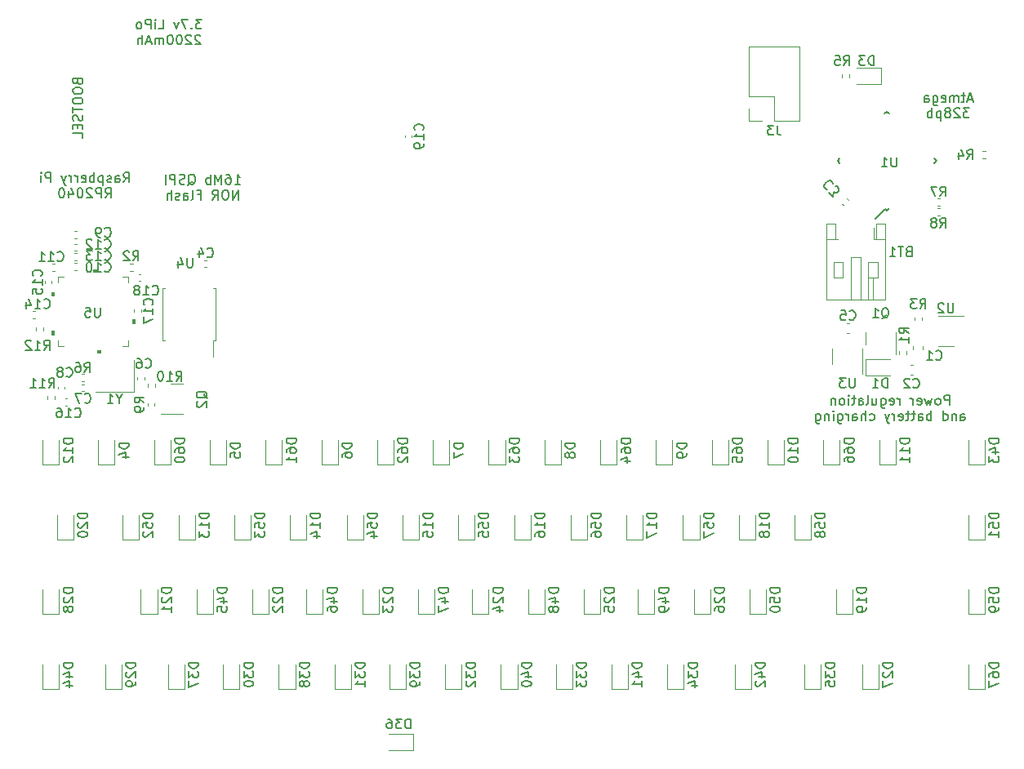
<source format=gbr>
%TF.GenerationSoftware,KiCad,Pcbnew,(6.0.0)*%
%TF.CreationDate,2022-05-08T19:44:55+10:00*%
%TF.ProjectId,paxbadge2022,70617862-6164-4676-9532-3032322e6b69,rev?*%
%TF.SameCoordinates,Original*%
%TF.FileFunction,Legend,Bot*%
%TF.FilePolarity,Positive*%
%FSLAX46Y46*%
G04 Gerber Fmt 4.6, Leading zero omitted, Abs format (unit mm)*
G04 Created by KiCad (PCBNEW (6.0.0)) date 2022-05-08 19:44:55*
%MOMM*%
%LPD*%
G01*
G04 APERTURE LIST*
%ADD10C,0.150000*%
%ADD11C,0.120000*%
%ADD12C,0.100000*%
G04 APERTURE END LIST*
D10*
X41028571Y-68909523D02*
X41076190Y-69052380D01*
X41123809Y-69100000D01*
X41219047Y-69147619D01*
X41361904Y-69147619D01*
X41457142Y-69100000D01*
X41504761Y-69052380D01*
X41552380Y-68957142D01*
X41552380Y-68576190D01*
X40552380Y-68576190D01*
X40552380Y-68909523D01*
X40600000Y-69004761D01*
X40647619Y-69052380D01*
X40742857Y-69100000D01*
X40838095Y-69100000D01*
X40933333Y-69052380D01*
X40980952Y-69004761D01*
X41028571Y-68909523D01*
X41028571Y-68576190D01*
X40552380Y-69766666D02*
X40552380Y-69957142D01*
X40600000Y-70052380D01*
X40695238Y-70147619D01*
X40885714Y-70195238D01*
X41219047Y-70195238D01*
X41409523Y-70147619D01*
X41504761Y-70052380D01*
X41552380Y-69957142D01*
X41552380Y-69766666D01*
X41504761Y-69671428D01*
X41409523Y-69576190D01*
X41219047Y-69528571D01*
X40885714Y-69528571D01*
X40695238Y-69576190D01*
X40600000Y-69671428D01*
X40552380Y-69766666D01*
X40552380Y-70814285D02*
X40552380Y-71004761D01*
X40600000Y-71100000D01*
X40695238Y-71195238D01*
X40885714Y-71242857D01*
X41219047Y-71242857D01*
X41409523Y-71195238D01*
X41504761Y-71100000D01*
X41552380Y-71004761D01*
X41552380Y-70814285D01*
X41504761Y-70719047D01*
X41409523Y-70623809D01*
X41219047Y-70576190D01*
X40885714Y-70576190D01*
X40695238Y-70623809D01*
X40600000Y-70719047D01*
X40552380Y-70814285D01*
X40552380Y-71528571D02*
X40552380Y-72100000D01*
X41552380Y-71814285D02*
X40552380Y-71814285D01*
X41504761Y-72385714D02*
X41552380Y-72528571D01*
X41552380Y-72766666D01*
X41504761Y-72861904D01*
X41457142Y-72909523D01*
X41361904Y-72957142D01*
X41266666Y-72957142D01*
X41171428Y-72909523D01*
X41123809Y-72861904D01*
X41076190Y-72766666D01*
X41028571Y-72576190D01*
X40980952Y-72480952D01*
X40933333Y-72433333D01*
X40838095Y-72385714D01*
X40742857Y-72385714D01*
X40647619Y-72433333D01*
X40600000Y-72480952D01*
X40552380Y-72576190D01*
X40552380Y-72814285D01*
X40600000Y-72957142D01*
X41028571Y-73385714D02*
X41028571Y-73719047D01*
X41552380Y-73861904D02*
X41552380Y-73385714D01*
X40552380Y-73385714D01*
X40552380Y-73861904D01*
X41552380Y-74766666D02*
X41552380Y-74290476D01*
X40552380Y-74290476D01*
X131442857Y-102447380D02*
X131442857Y-101447380D01*
X131061904Y-101447380D01*
X130966666Y-101495000D01*
X130919047Y-101542619D01*
X130871428Y-101637857D01*
X130871428Y-101780714D01*
X130919047Y-101875952D01*
X130966666Y-101923571D01*
X131061904Y-101971190D01*
X131442857Y-101971190D01*
X130300000Y-102447380D02*
X130395238Y-102399761D01*
X130442857Y-102352142D01*
X130490476Y-102256904D01*
X130490476Y-101971190D01*
X130442857Y-101875952D01*
X130395238Y-101828333D01*
X130300000Y-101780714D01*
X130157142Y-101780714D01*
X130061904Y-101828333D01*
X130014285Y-101875952D01*
X129966666Y-101971190D01*
X129966666Y-102256904D01*
X130014285Y-102352142D01*
X130061904Y-102399761D01*
X130157142Y-102447380D01*
X130300000Y-102447380D01*
X129633333Y-101780714D02*
X129442857Y-102447380D01*
X129252380Y-101971190D01*
X129061904Y-102447380D01*
X128871428Y-101780714D01*
X128109523Y-102399761D02*
X128204761Y-102447380D01*
X128395238Y-102447380D01*
X128490476Y-102399761D01*
X128538095Y-102304523D01*
X128538095Y-101923571D01*
X128490476Y-101828333D01*
X128395238Y-101780714D01*
X128204761Y-101780714D01*
X128109523Y-101828333D01*
X128061904Y-101923571D01*
X128061904Y-102018809D01*
X128538095Y-102114047D01*
X127633333Y-102447380D02*
X127633333Y-101780714D01*
X127633333Y-101971190D02*
X127585714Y-101875952D01*
X127538095Y-101828333D01*
X127442857Y-101780714D01*
X127347619Y-101780714D01*
X126252380Y-102447380D02*
X126252380Y-101780714D01*
X126252380Y-101971190D02*
X126204761Y-101875952D01*
X126157142Y-101828333D01*
X126061904Y-101780714D01*
X125966666Y-101780714D01*
X125252380Y-102399761D02*
X125347619Y-102447380D01*
X125538095Y-102447380D01*
X125633333Y-102399761D01*
X125680952Y-102304523D01*
X125680952Y-101923571D01*
X125633333Y-101828333D01*
X125538095Y-101780714D01*
X125347619Y-101780714D01*
X125252380Y-101828333D01*
X125204761Y-101923571D01*
X125204761Y-102018809D01*
X125680952Y-102114047D01*
X124347619Y-101780714D02*
X124347619Y-102590238D01*
X124395238Y-102685476D01*
X124442857Y-102733095D01*
X124538095Y-102780714D01*
X124680952Y-102780714D01*
X124776190Y-102733095D01*
X124347619Y-102399761D02*
X124442857Y-102447380D01*
X124633333Y-102447380D01*
X124728571Y-102399761D01*
X124776190Y-102352142D01*
X124823809Y-102256904D01*
X124823809Y-101971190D01*
X124776190Y-101875952D01*
X124728571Y-101828333D01*
X124633333Y-101780714D01*
X124442857Y-101780714D01*
X124347619Y-101828333D01*
X123442857Y-101780714D02*
X123442857Y-102447380D01*
X123871428Y-101780714D02*
X123871428Y-102304523D01*
X123823809Y-102399761D01*
X123728571Y-102447380D01*
X123585714Y-102447380D01*
X123490476Y-102399761D01*
X123442857Y-102352142D01*
X122823809Y-102447380D02*
X122919047Y-102399761D01*
X122966666Y-102304523D01*
X122966666Y-101447380D01*
X122014285Y-102447380D02*
X122014285Y-101923571D01*
X122061904Y-101828333D01*
X122157142Y-101780714D01*
X122347619Y-101780714D01*
X122442857Y-101828333D01*
X122014285Y-102399761D02*
X122109523Y-102447380D01*
X122347619Y-102447380D01*
X122442857Y-102399761D01*
X122490476Y-102304523D01*
X122490476Y-102209285D01*
X122442857Y-102114047D01*
X122347619Y-102066428D01*
X122109523Y-102066428D01*
X122014285Y-102018809D01*
X121680952Y-101780714D02*
X121300000Y-101780714D01*
X121538095Y-101447380D02*
X121538095Y-102304523D01*
X121490476Y-102399761D01*
X121395238Y-102447380D01*
X121300000Y-102447380D01*
X120966666Y-102447380D02*
X120966666Y-101780714D01*
X120966666Y-101447380D02*
X121014285Y-101495000D01*
X120966666Y-101542619D01*
X120919047Y-101495000D01*
X120966666Y-101447380D01*
X120966666Y-101542619D01*
X120347619Y-102447380D02*
X120442857Y-102399761D01*
X120490476Y-102352142D01*
X120538095Y-102256904D01*
X120538095Y-101971190D01*
X120490476Y-101875952D01*
X120442857Y-101828333D01*
X120347619Y-101780714D01*
X120204761Y-101780714D01*
X120109523Y-101828333D01*
X120061904Y-101875952D01*
X120014285Y-101971190D01*
X120014285Y-102256904D01*
X120061904Y-102352142D01*
X120109523Y-102399761D01*
X120204761Y-102447380D01*
X120347619Y-102447380D01*
X119585714Y-101780714D02*
X119585714Y-102447380D01*
X119585714Y-101875952D02*
X119538095Y-101828333D01*
X119442857Y-101780714D01*
X119300000Y-101780714D01*
X119204761Y-101828333D01*
X119157142Y-101923571D01*
X119157142Y-102447380D01*
X132585714Y-104057380D02*
X132585714Y-103533571D01*
X132633333Y-103438333D01*
X132728571Y-103390714D01*
X132919047Y-103390714D01*
X133014285Y-103438333D01*
X132585714Y-104009761D02*
X132680952Y-104057380D01*
X132919047Y-104057380D01*
X133014285Y-104009761D01*
X133061904Y-103914523D01*
X133061904Y-103819285D01*
X133014285Y-103724047D01*
X132919047Y-103676428D01*
X132680952Y-103676428D01*
X132585714Y-103628809D01*
X132109523Y-103390714D02*
X132109523Y-104057380D01*
X132109523Y-103485952D02*
X132061904Y-103438333D01*
X131966666Y-103390714D01*
X131823809Y-103390714D01*
X131728571Y-103438333D01*
X131680952Y-103533571D01*
X131680952Y-104057380D01*
X130776190Y-104057380D02*
X130776190Y-103057380D01*
X130776190Y-104009761D02*
X130871428Y-104057380D01*
X131061904Y-104057380D01*
X131157142Y-104009761D01*
X131204761Y-103962142D01*
X131252380Y-103866904D01*
X131252380Y-103581190D01*
X131204761Y-103485952D01*
X131157142Y-103438333D01*
X131061904Y-103390714D01*
X130871428Y-103390714D01*
X130776190Y-103438333D01*
X129538095Y-104057380D02*
X129538095Y-103057380D01*
X129538095Y-103438333D02*
X129442857Y-103390714D01*
X129252380Y-103390714D01*
X129157142Y-103438333D01*
X129109523Y-103485952D01*
X129061904Y-103581190D01*
X129061904Y-103866904D01*
X129109523Y-103962142D01*
X129157142Y-104009761D01*
X129252380Y-104057380D01*
X129442857Y-104057380D01*
X129538095Y-104009761D01*
X128204761Y-104057380D02*
X128204761Y-103533571D01*
X128252380Y-103438333D01*
X128347619Y-103390714D01*
X128538095Y-103390714D01*
X128633333Y-103438333D01*
X128204761Y-104009761D02*
X128300000Y-104057380D01*
X128538095Y-104057380D01*
X128633333Y-104009761D01*
X128680952Y-103914523D01*
X128680952Y-103819285D01*
X128633333Y-103724047D01*
X128538095Y-103676428D01*
X128300000Y-103676428D01*
X128204761Y-103628809D01*
X127871428Y-103390714D02*
X127490476Y-103390714D01*
X127728571Y-103057380D02*
X127728571Y-103914523D01*
X127680952Y-104009761D01*
X127585714Y-104057380D01*
X127490476Y-104057380D01*
X127300000Y-103390714D02*
X126919047Y-103390714D01*
X127157142Y-103057380D02*
X127157142Y-103914523D01*
X127109523Y-104009761D01*
X127014285Y-104057380D01*
X126919047Y-104057380D01*
X126204761Y-104009761D02*
X126300000Y-104057380D01*
X126490476Y-104057380D01*
X126585714Y-104009761D01*
X126633333Y-103914523D01*
X126633333Y-103533571D01*
X126585714Y-103438333D01*
X126490476Y-103390714D01*
X126300000Y-103390714D01*
X126204761Y-103438333D01*
X126157142Y-103533571D01*
X126157142Y-103628809D01*
X126633333Y-103724047D01*
X125728571Y-104057380D02*
X125728571Y-103390714D01*
X125728571Y-103581190D02*
X125680952Y-103485952D01*
X125633333Y-103438333D01*
X125538095Y-103390714D01*
X125442857Y-103390714D01*
X125204761Y-103390714D02*
X124966666Y-104057380D01*
X124728571Y-103390714D02*
X124966666Y-104057380D01*
X125061904Y-104295476D01*
X125109523Y-104343095D01*
X125204761Y-104390714D01*
X123157142Y-104009761D02*
X123252380Y-104057380D01*
X123442857Y-104057380D01*
X123538095Y-104009761D01*
X123585714Y-103962142D01*
X123633333Y-103866904D01*
X123633333Y-103581190D01*
X123585714Y-103485952D01*
X123538095Y-103438333D01*
X123442857Y-103390714D01*
X123252380Y-103390714D01*
X123157142Y-103438333D01*
X122728571Y-104057380D02*
X122728571Y-103057380D01*
X122300000Y-104057380D02*
X122300000Y-103533571D01*
X122347619Y-103438333D01*
X122442857Y-103390714D01*
X122585714Y-103390714D01*
X122680952Y-103438333D01*
X122728571Y-103485952D01*
X121395238Y-104057380D02*
X121395238Y-103533571D01*
X121442857Y-103438333D01*
X121538095Y-103390714D01*
X121728571Y-103390714D01*
X121823809Y-103438333D01*
X121395238Y-104009761D02*
X121490476Y-104057380D01*
X121728571Y-104057380D01*
X121823809Y-104009761D01*
X121871428Y-103914523D01*
X121871428Y-103819285D01*
X121823809Y-103724047D01*
X121728571Y-103676428D01*
X121490476Y-103676428D01*
X121395238Y-103628809D01*
X120919047Y-104057380D02*
X120919047Y-103390714D01*
X120919047Y-103581190D02*
X120871428Y-103485952D01*
X120823809Y-103438333D01*
X120728571Y-103390714D01*
X120633333Y-103390714D01*
X119871428Y-103390714D02*
X119871428Y-104200238D01*
X119919047Y-104295476D01*
X119966666Y-104343095D01*
X120061904Y-104390714D01*
X120204761Y-104390714D01*
X120300000Y-104343095D01*
X119871428Y-104009761D02*
X119966666Y-104057380D01*
X120157142Y-104057380D01*
X120252380Y-104009761D01*
X120300000Y-103962142D01*
X120347619Y-103866904D01*
X120347619Y-103581190D01*
X120300000Y-103485952D01*
X120252380Y-103438333D01*
X120157142Y-103390714D01*
X119966666Y-103390714D01*
X119871428Y-103438333D01*
X119395238Y-104057380D02*
X119395238Y-103390714D01*
X119395238Y-103057380D02*
X119442857Y-103105000D01*
X119395238Y-103152619D01*
X119347619Y-103105000D01*
X119395238Y-103057380D01*
X119395238Y-103152619D01*
X118919047Y-103390714D02*
X118919047Y-104057380D01*
X118919047Y-103485952D02*
X118871428Y-103438333D01*
X118776190Y-103390714D01*
X118633333Y-103390714D01*
X118538095Y-103438333D01*
X118490476Y-103533571D01*
X118490476Y-104057380D01*
X117585714Y-103390714D02*
X117585714Y-104200238D01*
X117633333Y-104295476D01*
X117680952Y-104343095D01*
X117776190Y-104390714D01*
X117919047Y-104390714D01*
X118014285Y-104343095D01*
X117585714Y-104009761D02*
X117680952Y-104057380D01*
X117871428Y-104057380D01*
X117966666Y-104009761D01*
X118014285Y-103962142D01*
X118061904Y-103866904D01*
X118061904Y-103581190D01*
X118014285Y-103485952D01*
X117966666Y-103438333D01*
X117871428Y-103390714D01*
X117680952Y-103390714D01*
X117585714Y-103438333D01*
X45800000Y-79347380D02*
X46133333Y-78871190D01*
X46371428Y-79347380D02*
X46371428Y-78347380D01*
X45990476Y-78347380D01*
X45895238Y-78395000D01*
X45847619Y-78442619D01*
X45800000Y-78537857D01*
X45800000Y-78680714D01*
X45847619Y-78775952D01*
X45895238Y-78823571D01*
X45990476Y-78871190D01*
X46371428Y-78871190D01*
X44942857Y-79347380D02*
X44942857Y-78823571D01*
X44990476Y-78728333D01*
X45085714Y-78680714D01*
X45276190Y-78680714D01*
X45371428Y-78728333D01*
X44942857Y-79299761D02*
X45038095Y-79347380D01*
X45276190Y-79347380D01*
X45371428Y-79299761D01*
X45419047Y-79204523D01*
X45419047Y-79109285D01*
X45371428Y-79014047D01*
X45276190Y-78966428D01*
X45038095Y-78966428D01*
X44942857Y-78918809D01*
X44514285Y-79299761D02*
X44419047Y-79347380D01*
X44228571Y-79347380D01*
X44133333Y-79299761D01*
X44085714Y-79204523D01*
X44085714Y-79156904D01*
X44133333Y-79061666D01*
X44228571Y-79014047D01*
X44371428Y-79014047D01*
X44466666Y-78966428D01*
X44514285Y-78871190D01*
X44514285Y-78823571D01*
X44466666Y-78728333D01*
X44371428Y-78680714D01*
X44228571Y-78680714D01*
X44133333Y-78728333D01*
X43657142Y-78680714D02*
X43657142Y-79680714D01*
X43657142Y-78728333D02*
X43561904Y-78680714D01*
X43371428Y-78680714D01*
X43276190Y-78728333D01*
X43228571Y-78775952D01*
X43180952Y-78871190D01*
X43180952Y-79156904D01*
X43228571Y-79252142D01*
X43276190Y-79299761D01*
X43371428Y-79347380D01*
X43561904Y-79347380D01*
X43657142Y-79299761D01*
X42752380Y-79347380D02*
X42752380Y-78347380D01*
X42752380Y-78728333D02*
X42657142Y-78680714D01*
X42466666Y-78680714D01*
X42371428Y-78728333D01*
X42323809Y-78775952D01*
X42276190Y-78871190D01*
X42276190Y-79156904D01*
X42323809Y-79252142D01*
X42371428Y-79299761D01*
X42466666Y-79347380D01*
X42657142Y-79347380D01*
X42752380Y-79299761D01*
X41466666Y-79299761D02*
X41561904Y-79347380D01*
X41752380Y-79347380D01*
X41847619Y-79299761D01*
X41895238Y-79204523D01*
X41895238Y-78823571D01*
X41847619Y-78728333D01*
X41752380Y-78680714D01*
X41561904Y-78680714D01*
X41466666Y-78728333D01*
X41419047Y-78823571D01*
X41419047Y-78918809D01*
X41895238Y-79014047D01*
X40990476Y-79347380D02*
X40990476Y-78680714D01*
X40990476Y-78871190D02*
X40942857Y-78775952D01*
X40895238Y-78728333D01*
X40800000Y-78680714D01*
X40704761Y-78680714D01*
X40371428Y-79347380D02*
X40371428Y-78680714D01*
X40371428Y-78871190D02*
X40323809Y-78775952D01*
X40276190Y-78728333D01*
X40180952Y-78680714D01*
X40085714Y-78680714D01*
X39847619Y-78680714D02*
X39609523Y-79347380D01*
X39371428Y-78680714D02*
X39609523Y-79347380D01*
X39704761Y-79585476D01*
X39752380Y-79633095D01*
X39847619Y-79680714D01*
X38228571Y-79347380D02*
X38228571Y-78347380D01*
X37847619Y-78347380D01*
X37752380Y-78395000D01*
X37704761Y-78442619D01*
X37657142Y-78537857D01*
X37657142Y-78680714D01*
X37704761Y-78775952D01*
X37752380Y-78823571D01*
X37847619Y-78871190D01*
X38228571Y-78871190D01*
X37228571Y-79347380D02*
X37228571Y-78680714D01*
X37228571Y-78347380D02*
X37276190Y-78395000D01*
X37228571Y-78442619D01*
X37180952Y-78395000D01*
X37228571Y-78347380D01*
X37228571Y-78442619D01*
X43895238Y-80957380D02*
X44228571Y-80481190D01*
X44466666Y-80957380D02*
X44466666Y-79957380D01*
X44085714Y-79957380D01*
X43990476Y-80005000D01*
X43942857Y-80052619D01*
X43895238Y-80147857D01*
X43895238Y-80290714D01*
X43942857Y-80385952D01*
X43990476Y-80433571D01*
X44085714Y-80481190D01*
X44466666Y-80481190D01*
X43466666Y-80957380D02*
X43466666Y-79957380D01*
X43085714Y-79957380D01*
X42990476Y-80005000D01*
X42942857Y-80052619D01*
X42895238Y-80147857D01*
X42895238Y-80290714D01*
X42942857Y-80385952D01*
X42990476Y-80433571D01*
X43085714Y-80481190D01*
X43466666Y-80481190D01*
X42514285Y-80052619D02*
X42466666Y-80005000D01*
X42371428Y-79957380D01*
X42133333Y-79957380D01*
X42038095Y-80005000D01*
X41990476Y-80052619D01*
X41942857Y-80147857D01*
X41942857Y-80243095D01*
X41990476Y-80385952D01*
X42561904Y-80957380D01*
X41942857Y-80957380D01*
X41323809Y-79957380D02*
X41228571Y-79957380D01*
X41133333Y-80005000D01*
X41085714Y-80052619D01*
X41038095Y-80147857D01*
X40990476Y-80338333D01*
X40990476Y-80576428D01*
X41038095Y-80766904D01*
X41085714Y-80862142D01*
X41133333Y-80909761D01*
X41228571Y-80957380D01*
X41323809Y-80957380D01*
X41419047Y-80909761D01*
X41466666Y-80862142D01*
X41514285Y-80766904D01*
X41561904Y-80576428D01*
X41561904Y-80338333D01*
X41514285Y-80147857D01*
X41466666Y-80052619D01*
X41419047Y-80005000D01*
X41323809Y-79957380D01*
X40133333Y-80290714D02*
X40133333Y-80957380D01*
X40371428Y-79909761D02*
X40609523Y-80624047D01*
X39990476Y-80624047D01*
X39419047Y-79957380D02*
X39323809Y-79957380D01*
X39228571Y-80005000D01*
X39180952Y-80052619D01*
X39133333Y-80147857D01*
X39085714Y-80338333D01*
X39085714Y-80576428D01*
X39133333Y-80766904D01*
X39180952Y-80862142D01*
X39228571Y-80909761D01*
X39323809Y-80957380D01*
X39419047Y-80957380D01*
X39514285Y-80909761D01*
X39561904Y-80862142D01*
X39609523Y-80766904D01*
X39657142Y-80576428D01*
X39657142Y-80338333D01*
X39609523Y-80147857D01*
X39561904Y-80052619D01*
X39514285Y-80005000D01*
X39419047Y-79957380D01*
X57333333Y-79547380D02*
X57904761Y-79547380D01*
X57619047Y-79547380D02*
X57619047Y-78547380D01*
X57714285Y-78690238D01*
X57809523Y-78785476D01*
X57904761Y-78833095D01*
X56476190Y-78547380D02*
X56666666Y-78547380D01*
X56761904Y-78595000D01*
X56809523Y-78642619D01*
X56904761Y-78785476D01*
X56952380Y-78975952D01*
X56952380Y-79356904D01*
X56904761Y-79452142D01*
X56857142Y-79499761D01*
X56761904Y-79547380D01*
X56571428Y-79547380D01*
X56476190Y-79499761D01*
X56428571Y-79452142D01*
X56380952Y-79356904D01*
X56380952Y-79118809D01*
X56428571Y-79023571D01*
X56476190Y-78975952D01*
X56571428Y-78928333D01*
X56761904Y-78928333D01*
X56857142Y-78975952D01*
X56904761Y-79023571D01*
X56952380Y-79118809D01*
X55952380Y-79547380D02*
X55952380Y-78547380D01*
X55619047Y-79261666D01*
X55285714Y-78547380D01*
X55285714Y-79547380D01*
X54809523Y-79547380D02*
X54809523Y-78547380D01*
X54809523Y-78928333D02*
X54714285Y-78880714D01*
X54523809Y-78880714D01*
X54428571Y-78928333D01*
X54380952Y-78975952D01*
X54333333Y-79071190D01*
X54333333Y-79356904D01*
X54380952Y-79452142D01*
X54428571Y-79499761D01*
X54523809Y-79547380D01*
X54714285Y-79547380D01*
X54809523Y-79499761D01*
X52476190Y-79642619D02*
X52571428Y-79595000D01*
X52666666Y-79499761D01*
X52809523Y-79356904D01*
X52904761Y-79309285D01*
X53000000Y-79309285D01*
X52952380Y-79547380D02*
X53047619Y-79499761D01*
X53142857Y-79404523D01*
X53190476Y-79214047D01*
X53190476Y-78880714D01*
X53142857Y-78690238D01*
X53047619Y-78595000D01*
X52952380Y-78547380D01*
X52761904Y-78547380D01*
X52666666Y-78595000D01*
X52571428Y-78690238D01*
X52523809Y-78880714D01*
X52523809Y-79214047D01*
X52571428Y-79404523D01*
X52666666Y-79499761D01*
X52761904Y-79547380D01*
X52952380Y-79547380D01*
X52142857Y-79499761D02*
X52000000Y-79547380D01*
X51761904Y-79547380D01*
X51666666Y-79499761D01*
X51619047Y-79452142D01*
X51571428Y-79356904D01*
X51571428Y-79261666D01*
X51619047Y-79166428D01*
X51666666Y-79118809D01*
X51761904Y-79071190D01*
X51952380Y-79023571D01*
X52047619Y-78975952D01*
X52095238Y-78928333D01*
X52142857Y-78833095D01*
X52142857Y-78737857D01*
X52095238Y-78642619D01*
X52047619Y-78595000D01*
X51952380Y-78547380D01*
X51714285Y-78547380D01*
X51571428Y-78595000D01*
X51142857Y-79547380D02*
X51142857Y-78547380D01*
X50761904Y-78547380D01*
X50666666Y-78595000D01*
X50619047Y-78642619D01*
X50571428Y-78737857D01*
X50571428Y-78880714D01*
X50619047Y-78975952D01*
X50666666Y-79023571D01*
X50761904Y-79071190D01*
X51142857Y-79071190D01*
X50142857Y-79547380D02*
X50142857Y-78547380D01*
X57690476Y-81157380D02*
X57690476Y-80157380D01*
X57119047Y-81157380D01*
X57119047Y-80157380D01*
X56452380Y-80157380D02*
X56261904Y-80157380D01*
X56166666Y-80205000D01*
X56071428Y-80300238D01*
X56023809Y-80490714D01*
X56023809Y-80824047D01*
X56071428Y-81014523D01*
X56166666Y-81109761D01*
X56261904Y-81157380D01*
X56452380Y-81157380D01*
X56547619Y-81109761D01*
X56642857Y-81014523D01*
X56690476Y-80824047D01*
X56690476Y-80490714D01*
X56642857Y-80300238D01*
X56547619Y-80205000D01*
X56452380Y-80157380D01*
X55023809Y-81157380D02*
X55357142Y-80681190D01*
X55595238Y-81157380D02*
X55595238Y-80157380D01*
X55214285Y-80157380D01*
X55119047Y-80205000D01*
X55071428Y-80252619D01*
X55023809Y-80347857D01*
X55023809Y-80490714D01*
X55071428Y-80585952D01*
X55119047Y-80633571D01*
X55214285Y-80681190D01*
X55595238Y-80681190D01*
X53500000Y-80633571D02*
X53833333Y-80633571D01*
X53833333Y-81157380D02*
X53833333Y-80157380D01*
X53357142Y-80157380D01*
X52833333Y-81157380D02*
X52928571Y-81109761D01*
X52976190Y-81014523D01*
X52976190Y-80157380D01*
X52023809Y-81157380D02*
X52023809Y-80633571D01*
X52071428Y-80538333D01*
X52166666Y-80490714D01*
X52357142Y-80490714D01*
X52452380Y-80538333D01*
X52023809Y-81109761D02*
X52119047Y-81157380D01*
X52357142Y-81157380D01*
X52452380Y-81109761D01*
X52500000Y-81014523D01*
X52500000Y-80919285D01*
X52452380Y-80824047D01*
X52357142Y-80776428D01*
X52119047Y-80776428D01*
X52023809Y-80728809D01*
X51595238Y-81109761D02*
X51500000Y-81157380D01*
X51309523Y-81157380D01*
X51214285Y-81109761D01*
X51166666Y-81014523D01*
X51166666Y-80966904D01*
X51214285Y-80871666D01*
X51309523Y-80824047D01*
X51452380Y-80824047D01*
X51547619Y-80776428D01*
X51595238Y-80681190D01*
X51595238Y-80633571D01*
X51547619Y-80538333D01*
X51452380Y-80490714D01*
X51309523Y-80490714D01*
X51214285Y-80538333D01*
X50738095Y-81157380D02*
X50738095Y-80157380D01*
X50309523Y-81157380D02*
X50309523Y-80633571D01*
X50357142Y-80538333D01*
X50452380Y-80490714D01*
X50595238Y-80490714D01*
X50690476Y-80538333D01*
X50738095Y-80585952D01*
X53904761Y-62447380D02*
X53285714Y-62447380D01*
X53619047Y-62828333D01*
X53476190Y-62828333D01*
X53380952Y-62875952D01*
X53333333Y-62923571D01*
X53285714Y-63018809D01*
X53285714Y-63256904D01*
X53333333Y-63352142D01*
X53380952Y-63399761D01*
X53476190Y-63447380D01*
X53761904Y-63447380D01*
X53857142Y-63399761D01*
X53904761Y-63352142D01*
X52857142Y-63352142D02*
X52809523Y-63399761D01*
X52857142Y-63447380D01*
X52904761Y-63399761D01*
X52857142Y-63352142D01*
X52857142Y-63447380D01*
X52476190Y-62447380D02*
X51809523Y-62447380D01*
X52238095Y-63447380D01*
X51523809Y-62780714D02*
X51285714Y-63447380D01*
X51047619Y-62780714D01*
X49428571Y-63447380D02*
X49904761Y-63447380D01*
X49904761Y-62447380D01*
X49095238Y-63447380D02*
X49095238Y-62780714D01*
X49095238Y-62447380D02*
X49142857Y-62495000D01*
X49095238Y-62542619D01*
X49047619Y-62495000D01*
X49095238Y-62447380D01*
X49095238Y-62542619D01*
X48619047Y-63447380D02*
X48619047Y-62447380D01*
X48238095Y-62447380D01*
X48142857Y-62495000D01*
X48095238Y-62542619D01*
X48047619Y-62637857D01*
X48047619Y-62780714D01*
X48095238Y-62875952D01*
X48142857Y-62923571D01*
X48238095Y-62971190D01*
X48619047Y-62971190D01*
X47476190Y-63447380D02*
X47571428Y-63399761D01*
X47619047Y-63352142D01*
X47666666Y-63256904D01*
X47666666Y-62971190D01*
X47619047Y-62875952D01*
X47571428Y-62828333D01*
X47476190Y-62780714D01*
X47333333Y-62780714D01*
X47238095Y-62828333D01*
X47190476Y-62875952D01*
X47142857Y-62971190D01*
X47142857Y-63256904D01*
X47190476Y-63352142D01*
X47238095Y-63399761D01*
X47333333Y-63447380D01*
X47476190Y-63447380D01*
X53761904Y-64152619D02*
X53714285Y-64105000D01*
X53619047Y-64057380D01*
X53380952Y-64057380D01*
X53285714Y-64105000D01*
X53238095Y-64152619D01*
X53190476Y-64247857D01*
X53190476Y-64343095D01*
X53238095Y-64485952D01*
X53809523Y-65057380D01*
X53190476Y-65057380D01*
X52809523Y-64152619D02*
X52761904Y-64105000D01*
X52666666Y-64057380D01*
X52428571Y-64057380D01*
X52333333Y-64105000D01*
X52285714Y-64152619D01*
X52238095Y-64247857D01*
X52238095Y-64343095D01*
X52285714Y-64485952D01*
X52857142Y-65057380D01*
X52238095Y-65057380D01*
X51619047Y-64057380D02*
X51523809Y-64057380D01*
X51428571Y-64105000D01*
X51380952Y-64152619D01*
X51333333Y-64247857D01*
X51285714Y-64438333D01*
X51285714Y-64676428D01*
X51333333Y-64866904D01*
X51380952Y-64962142D01*
X51428571Y-65009761D01*
X51523809Y-65057380D01*
X51619047Y-65057380D01*
X51714285Y-65009761D01*
X51761904Y-64962142D01*
X51809523Y-64866904D01*
X51857142Y-64676428D01*
X51857142Y-64438333D01*
X51809523Y-64247857D01*
X51761904Y-64152619D01*
X51714285Y-64105000D01*
X51619047Y-64057380D01*
X50666666Y-64057380D02*
X50571428Y-64057380D01*
X50476190Y-64105000D01*
X50428571Y-64152619D01*
X50380952Y-64247857D01*
X50333333Y-64438333D01*
X50333333Y-64676428D01*
X50380952Y-64866904D01*
X50428571Y-64962142D01*
X50476190Y-65009761D01*
X50571428Y-65057380D01*
X50666666Y-65057380D01*
X50761904Y-65009761D01*
X50809523Y-64962142D01*
X50857142Y-64866904D01*
X50904761Y-64676428D01*
X50904761Y-64438333D01*
X50857142Y-64247857D01*
X50809523Y-64152619D01*
X50761904Y-64105000D01*
X50666666Y-64057380D01*
X49904761Y-65057380D02*
X49904761Y-64390714D01*
X49904761Y-64485952D02*
X49857142Y-64438333D01*
X49761904Y-64390714D01*
X49619047Y-64390714D01*
X49523809Y-64438333D01*
X49476190Y-64533571D01*
X49476190Y-65057380D01*
X49476190Y-64533571D02*
X49428571Y-64438333D01*
X49333333Y-64390714D01*
X49190476Y-64390714D01*
X49095238Y-64438333D01*
X49047619Y-64533571D01*
X49047619Y-65057380D01*
X48619047Y-64771666D02*
X48142857Y-64771666D01*
X48714285Y-65057380D02*
X48380952Y-64057380D01*
X48047619Y-65057380D01*
X47714285Y-65057380D02*
X47714285Y-64057380D01*
X47285714Y-65057380D02*
X47285714Y-64533571D01*
X47333333Y-64438333D01*
X47428571Y-64390714D01*
X47571428Y-64390714D01*
X47666666Y-64438333D01*
X47714285Y-64485952D01*
X133823809Y-70761666D02*
X133347619Y-70761666D01*
X133919047Y-71047380D02*
X133585714Y-70047380D01*
X133252380Y-71047380D01*
X133061904Y-70380714D02*
X132680952Y-70380714D01*
X132919047Y-70047380D02*
X132919047Y-70904523D01*
X132871428Y-70999761D01*
X132776190Y-71047380D01*
X132680952Y-71047380D01*
X132347619Y-71047380D02*
X132347619Y-70380714D01*
X132347619Y-70475952D02*
X132300000Y-70428333D01*
X132204761Y-70380714D01*
X132061904Y-70380714D01*
X131966666Y-70428333D01*
X131919047Y-70523571D01*
X131919047Y-71047380D01*
X131919047Y-70523571D02*
X131871428Y-70428333D01*
X131776190Y-70380714D01*
X131633333Y-70380714D01*
X131538095Y-70428333D01*
X131490476Y-70523571D01*
X131490476Y-71047380D01*
X130633333Y-70999761D02*
X130728571Y-71047380D01*
X130919047Y-71047380D01*
X131014285Y-70999761D01*
X131061904Y-70904523D01*
X131061904Y-70523571D01*
X131014285Y-70428333D01*
X130919047Y-70380714D01*
X130728571Y-70380714D01*
X130633333Y-70428333D01*
X130585714Y-70523571D01*
X130585714Y-70618809D01*
X131061904Y-70714047D01*
X129728571Y-70380714D02*
X129728571Y-71190238D01*
X129776190Y-71285476D01*
X129823809Y-71333095D01*
X129919047Y-71380714D01*
X130061904Y-71380714D01*
X130157142Y-71333095D01*
X129728571Y-70999761D02*
X129823809Y-71047380D01*
X130014285Y-71047380D01*
X130109523Y-70999761D01*
X130157142Y-70952142D01*
X130204761Y-70856904D01*
X130204761Y-70571190D01*
X130157142Y-70475952D01*
X130109523Y-70428333D01*
X130014285Y-70380714D01*
X129823809Y-70380714D01*
X129728571Y-70428333D01*
X128823809Y-71047380D02*
X128823809Y-70523571D01*
X128871428Y-70428333D01*
X128966666Y-70380714D01*
X129157142Y-70380714D01*
X129252380Y-70428333D01*
X128823809Y-70999761D02*
X128919047Y-71047380D01*
X129157142Y-71047380D01*
X129252380Y-70999761D01*
X129300000Y-70904523D01*
X129300000Y-70809285D01*
X129252380Y-70714047D01*
X129157142Y-70666428D01*
X128919047Y-70666428D01*
X128823809Y-70618809D01*
X133490476Y-71657380D02*
X132871428Y-71657380D01*
X133204761Y-72038333D01*
X133061904Y-72038333D01*
X132966666Y-72085952D01*
X132919047Y-72133571D01*
X132871428Y-72228809D01*
X132871428Y-72466904D01*
X132919047Y-72562142D01*
X132966666Y-72609761D01*
X133061904Y-72657380D01*
X133347619Y-72657380D01*
X133442857Y-72609761D01*
X133490476Y-72562142D01*
X132490476Y-71752619D02*
X132442857Y-71705000D01*
X132347619Y-71657380D01*
X132109523Y-71657380D01*
X132014285Y-71705000D01*
X131966666Y-71752619D01*
X131919047Y-71847857D01*
X131919047Y-71943095D01*
X131966666Y-72085952D01*
X132538095Y-72657380D01*
X131919047Y-72657380D01*
X131347619Y-72085952D02*
X131442857Y-72038333D01*
X131490476Y-71990714D01*
X131538095Y-71895476D01*
X131538095Y-71847857D01*
X131490476Y-71752619D01*
X131442857Y-71705000D01*
X131347619Y-71657380D01*
X131157142Y-71657380D01*
X131061904Y-71705000D01*
X131014285Y-71752619D01*
X130966666Y-71847857D01*
X130966666Y-71895476D01*
X131014285Y-71990714D01*
X131061904Y-72038333D01*
X131157142Y-72085952D01*
X131347619Y-72085952D01*
X131442857Y-72133571D01*
X131490476Y-72181190D01*
X131538095Y-72276428D01*
X131538095Y-72466904D01*
X131490476Y-72562142D01*
X131442857Y-72609761D01*
X131347619Y-72657380D01*
X131157142Y-72657380D01*
X131061904Y-72609761D01*
X131014285Y-72562142D01*
X130966666Y-72466904D01*
X130966666Y-72276428D01*
X131014285Y-72181190D01*
X131061904Y-72133571D01*
X131157142Y-72085952D01*
X130538095Y-71990714D02*
X130538095Y-72990714D01*
X130538095Y-72038333D02*
X130442857Y-71990714D01*
X130252380Y-71990714D01*
X130157142Y-72038333D01*
X130109523Y-72085952D01*
X130061904Y-72181190D01*
X130061904Y-72466904D01*
X130109523Y-72562142D01*
X130157142Y-72609761D01*
X130252380Y-72657380D01*
X130442857Y-72657380D01*
X130538095Y-72609761D01*
X129633333Y-72657380D02*
X129633333Y-71657380D01*
X129633333Y-72038333D02*
X129538095Y-71990714D01*
X129347619Y-71990714D01*
X129252380Y-72038333D01*
X129204761Y-72085952D01*
X129157142Y-72181190D01*
X129157142Y-72466904D01*
X129204761Y-72562142D01*
X129252380Y-72609761D01*
X129347619Y-72657380D01*
X129538095Y-72657380D01*
X129633333Y-72609761D01*
%TO.C,U5*%
X43361904Y-92352380D02*
X43361904Y-93161904D01*
X43314285Y-93257142D01*
X43266666Y-93304761D01*
X43171428Y-93352380D01*
X42980952Y-93352380D01*
X42885714Y-93304761D01*
X42838095Y-93257142D01*
X42790476Y-93161904D01*
X42790476Y-92352380D01*
X41838095Y-92352380D02*
X42314285Y-92352380D01*
X42361904Y-92828571D01*
X42314285Y-92780952D01*
X42219047Y-92733333D01*
X41980952Y-92733333D01*
X41885714Y-92780952D01*
X41838095Y-92828571D01*
X41790476Y-92923809D01*
X41790476Y-93161904D01*
X41838095Y-93257142D01*
X41885714Y-93304761D01*
X41980952Y-93352380D01*
X42219047Y-93352380D01*
X42314285Y-93304761D01*
X42361904Y-93257142D01*
%TO.C,D4*%
X46332380Y-106411904D02*
X45332380Y-106411904D01*
X45332380Y-106650000D01*
X45380000Y-106792857D01*
X45475238Y-106888095D01*
X45570476Y-106935714D01*
X45760952Y-106983333D01*
X45903809Y-106983333D01*
X46094285Y-106935714D01*
X46189523Y-106888095D01*
X46284761Y-106792857D01*
X46332380Y-106650000D01*
X46332380Y-106411904D01*
X45665714Y-107840476D02*
X46332380Y-107840476D01*
X45284761Y-107602380D02*
X45999047Y-107364285D01*
X45999047Y-107983333D01*
%TO.C,D33*%
X93772379Y-129185714D02*
X92772379Y-129185714D01*
X92772379Y-129423809D01*
X92819999Y-129566666D01*
X92915237Y-129661904D01*
X93010475Y-129709523D01*
X93200951Y-129757142D01*
X93343808Y-129757142D01*
X93534284Y-129709523D01*
X93629522Y-129661904D01*
X93724760Y-129566666D01*
X93772379Y-129423809D01*
X93772379Y-129185714D01*
X92772379Y-130090476D02*
X92772379Y-130709523D01*
X93153332Y-130376190D01*
X93153332Y-130519047D01*
X93200951Y-130614285D01*
X93248570Y-130661904D01*
X93343808Y-130709523D01*
X93581903Y-130709523D01*
X93677141Y-130661904D01*
X93724760Y-130614285D01*
X93772379Y-130519047D01*
X93772379Y-130233333D01*
X93724760Y-130138095D01*
X93677141Y-130090476D01*
X92772379Y-131042857D02*
X92772379Y-131661904D01*
X93153332Y-131328571D01*
X93153332Y-131471428D01*
X93200951Y-131566666D01*
X93248570Y-131614285D01*
X93343808Y-131661904D01*
X93581903Y-131661904D01*
X93677141Y-131614285D01*
X93724760Y-131566666D01*
X93772379Y-131471428D01*
X93772379Y-131185714D01*
X93724760Y-131090476D01*
X93677141Y-131042857D01*
%TO.C,D49*%
X102292380Y-121435714D02*
X101292380Y-121435714D01*
X101292380Y-121673809D01*
X101340000Y-121816666D01*
X101435238Y-121911904D01*
X101530476Y-121959523D01*
X101720952Y-122007142D01*
X101863809Y-122007142D01*
X102054285Y-121959523D01*
X102149523Y-121911904D01*
X102244761Y-121816666D01*
X102292380Y-121673809D01*
X102292380Y-121435714D01*
X101625714Y-122864285D02*
X102292380Y-122864285D01*
X101244761Y-122626190D02*
X101959047Y-122388095D01*
X101959047Y-123007142D01*
X102292380Y-123435714D02*
X102292380Y-123626190D01*
X102244761Y-123721428D01*
X102197142Y-123769047D01*
X102054285Y-123864285D01*
X101863809Y-123911904D01*
X101482857Y-123911904D01*
X101387619Y-123864285D01*
X101340000Y-123816666D01*
X101292380Y-123721428D01*
X101292380Y-123530952D01*
X101340000Y-123435714D01*
X101387619Y-123388095D01*
X101482857Y-123340476D01*
X101720952Y-123340476D01*
X101816190Y-123388095D01*
X101863809Y-123435714D01*
X101911428Y-123530952D01*
X101911428Y-123721428D01*
X101863809Y-123816666D01*
X101816190Y-123864285D01*
X101720952Y-123911904D01*
%TO.C,D12*%
X40552380Y-105935714D02*
X39552380Y-105935714D01*
X39552380Y-106173809D01*
X39600000Y-106316666D01*
X39695238Y-106411904D01*
X39790476Y-106459523D01*
X39980952Y-106507142D01*
X40123809Y-106507142D01*
X40314285Y-106459523D01*
X40409523Y-106411904D01*
X40504761Y-106316666D01*
X40552380Y-106173809D01*
X40552380Y-105935714D01*
X40552380Y-107459523D02*
X40552380Y-106888095D01*
X40552380Y-107173809D02*
X39552380Y-107173809D01*
X39695238Y-107078571D01*
X39790476Y-106983333D01*
X39838095Y-106888095D01*
X39647619Y-107840476D02*
X39600000Y-107888095D01*
X39552380Y-107983333D01*
X39552380Y-108221428D01*
X39600000Y-108316666D01*
X39647619Y-108364285D01*
X39742857Y-108411904D01*
X39838095Y-108411904D01*
X39980952Y-108364285D01*
X40552380Y-107792857D01*
X40552380Y-108411904D01*
%TO.C,R8*%
X130465956Y-84072380D02*
X130799290Y-83596190D01*
X131037385Y-84072380D02*
X131037385Y-83072380D01*
X130656432Y-83072380D01*
X130561194Y-83120000D01*
X130513575Y-83167619D01*
X130465956Y-83262857D01*
X130465956Y-83405714D01*
X130513575Y-83500952D01*
X130561194Y-83548571D01*
X130656432Y-83596190D01*
X131037385Y-83596190D01*
X129894528Y-83500952D02*
X129989766Y-83453333D01*
X130037385Y-83405714D01*
X130085004Y-83310476D01*
X130085004Y-83262857D01*
X130037385Y-83167619D01*
X129989766Y-83120000D01*
X129894528Y-83072380D01*
X129704051Y-83072380D01*
X129608813Y-83120000D01*
X129561194Y-83167619D01*
X129513575Y-83262857D01*
X129513575Y-83310476D01*
X129561194Y-83405714D01*
X129608813Y-83453333D01*
X129704051Y-83500952D01*
X129894528Y-83500952D01*
X129989766Y-83548571D01*
X130037385Y-83596190D01*
X130085004Y-83691428D01*
X130085004Y-83881904D01*
X130037385Y-83977142D01*
X129989766Y-84024761D01*
X129894528Y-84072380D01*
X129704051Y-84072380D01*
X129608813Y-84024761D01*
X129561194Y-83977142D01*
X129513575Y-83881904D01*
X129513575Y-83691428D01*
X129561194Y-83596190D01*
X129608813Y-83548571D01*
X129704051Y-83500952D01*
%TO.C,D59*%
X136552380Y-121435714D02*
X135552380Y-121435714D01*
X135552380Y-121673809D01*
X135600000Y-121816666D01*
X135695238Y-121911904D01*
X135790476Y-121959523D01*
X135980952Y-122007142D01*
X136123809Y-122007142D01*
X136314285Y-121959523D01*
X136409523Y-121911904D01*
X136504761Y-121816666D01*
X136552380Y-121673809D01*
X136552380Y-121435714D01*
X135552380Y-122911904D02*
X135552380Y-122435714D01*
X136028571Y-122388095D01*
X135980952Y-122435714D01*
X135933333Y-122530952D01*
X135933333Y-122769047D01*
X135980952Y-122864285D01*
X136028571Y-122911904D01*
X136123809Y-122959523D01*
X136361904Y-122959523D01*
X136457142Y-122911904D01*
X136504761Y-122864285D01*
X136552380Y-122769047D01*
X136552380Y-122530952D01*
X136504761Y-122435714D01*
X136457142Y-122388095D01*
X136552380Y-123435714D02*
X136552380Y-123626190D01*
X136504761Y-123721428D01*
X136457142Y-123769047D01*
X136314285Y-123864285D01*
X136123809Y-123911904D01*
X135742857Y-123911904D01*
X135647619Y-123864285D01*
X135600000Y-123816666D01*
X135552380Y-123721428D01*
X135552380Y-123530952D01*
X135600000Y-123435714D01*
X135647619Y-123388095D01*
X135742857Y-123340476D01*
X135980952Y-123340476D01*
X136076190Y-123388095D01*
X136123809Y-123435714D01*
X136171428Y-123530952D01*
X136171428Y-123721428D01*
X136123809Y-123816666D01*
X136076190Y-123864285D01*
X135980952Y-123911904D01*
%TO.C,D58*%
X118522380Y-113685714D02*
X117522380Y-113685714D01*
X117522380Y-113923809D01*
X117570000Y-114066666D01*
X117665238Y-114161904D01*
X117760476Y-114209523D01*
X117950952Y-114257142D01*
X118093809Y-114257142D01*
X118284285Y-114209523D01*
X118379523Y-114161904D01*
X118474761Y-114066666D01*
X118522380Y-113923809D01*
X118522380Y-113685714D01*
X117522380Y-115161904D02*
X117522380Y-114685714D01*
X117998571Y-114638095D01*
X117950952Y-114685714D01*
X117903333Y-114780952D01*
X117903333Y-115019047D01*
X117950952Y-115114285D01*
X117998571Y-115161904D01*
X118093809Y-115209523D01*
X118331904Y-115209523D01*
X118427142Y-115161904D01*
X118474761Y-115114285D01*
X118522380Y-115019047D01*
X118522380Y-114780952D01*
X118474761Y-114685714D01*
X118427142Y-114638095D01*
X117950952Y-115780952D02*
X117903333Y-115685714D01*
X117855714Y-115638095D01*
X117760476Y-115590476D01*
X117712857Y-115590476D01*
X117617619Y-115638095D01*
X117570000Y-115685714D01*
X117522380Y-115780952D01*
X117522380Y-115971428D01*
X117570000Y-116066666D01*
X117617619Y-116114285D01*
X117712857Y-116161904D01*
X117760476Y-116161904D01*
X117855714Y-116114285D01*
X117903333Y-116066666D01*
X117950952Y-115971428D01*
X117950952Y-115780952D01*
X117998571Y-115685714D01*
X118046190Y-115638095D01*
X118141428Y-115590476D01*
X118331904Y-115590476D01*
X118427142Y-115638095D01*
X118474761Y-115685714D01*
X118522380Y-115780952D01*
X118522380Y-115971428D01*
X118474761Y-116066666D01*
X118427142Y-116114285D01*
X118331904Y-116161904D01*
X118141428Y-116161904D01*
X118046190Y-116114285D01*
X117998571Y-116066666D01*
X117950952Y-115971428D01*
%TO.C,R2*%
X46760385Y-87482380D02*
X47093719Y-87006190D01*
X47331814Y-87482380D02*
X47331814Y-86482380D01*
X46950861Y-86482380D01*
X46855623Y-86530000D01*
X46808004Y-86577619D01*
X46760385Y-86672857D01*
X46760385Y-86815714D01*
X46808004Y-86910952D01*
X46855623Y-86958571D01*
X46950861Y-87006190D01*
X47331814Y-87006190D01*
X46379433Y-86577619D02*
X46331814Y-86530000D01*
X46236576Y-86482380D01*
X45998480Y-86482380D01*
X45903242Y-86530000D01*
X45855623Y-86577619D01*
X45808004Y-86672857D01*
X45808004Y-86768095D01*
X45855623Y-86910952D01*
X46427052Y-87482380D01*
X45808004Y-87482380D01*
%TO.C,U2*%
X131824404Y-91902380D02*
X131824404Y-92711904D01*
X131776785Y-92807142D01*
X131729166Y-92854761D01*
X131633928Y-92902380D01*
X131443452Y-92902380D01*
X131348214Y-92854761D01*
X131300595Y-92807142D01*
X131252976Y-92711904D01*
X131252976Y-91902380D01*
X130824404Y-91997619D02*
X130776785Y-91950000D01*
X130681547Y-91902380D01*
X130443452Y-91902380D01*
X130348214Y-91950000D01*
X130300595Y-91997619D01*
X130252976Y-92092857D01*
X130252976Y-92188095D01*
X130300595Y-92330952D01*
X130872023Y-92902380D01*
X130252976Y-92902380D01*
%TO.C,D65*%
X109952381Y-105935714D02*
X108952381Y-105935714D01*
X108952381Y-106173809D01*
X109000001Y-106316666D01*
X109095239Y-106411904D01*
X109190477Y-106459523D01*
X109380953Y-106507142D01*
X109523810Y-106507142D01*
X109714286Y-106459523D01*
X109809524Y-106411904D01*
X109904762Y-106316666D01*
X109952381Y-106173809D01*
X109952381Y-105935714D01*
X108952381Y-107364285D02*
X108952381Y-107173809D01*
X109000001Y-107078571D01*
X109047620Y-107030952D01*
X109190477Y-106935714D01*
X109380953Y-106888095D01*
X109761905Y-106888095D01*
X109857143Y-106935714D01*
X109904762Y-106983333D01*
X109952381Y-107078571D01*
X109952381Y-107269047D01*
X109904762Y-107364285D01*
X109857143Y-107411904D01*
X109761905Y-107459523D01*
X109523810Y-107459523D01*
X109428572Y-107411904D01*
X109380953Y-107364285D01*
X109333334Y-107269047D01*
X109333334Y-107078571D01*
X109380953Y-106983333D01*
X109428572Y-106935714D01*
X109523810Y-106888095D01*
X108952381Y-108364285D02*
X108952381Y-107888095D01*
X109428572Y-107840476D01*
X109380953Y-107888095D01*
X109333334Y-107983333D01*
X109333334Y-108221428D01*
X109380953Y-108316666D01*
X109428572Y-108364285D01*
X109523810Y-108411904D01*
X109761905Y-108411904D01*
X109857143Y-108364285D01*
X109904762Y-108316666D01*
X109952381Y-108221428D01*
X109952381Y-107983333D01*
X109904762Y-107888095D01*
X109857143Y-107840476D01*
%TO.C,D44*%
X40552380Y-129185715D02*
X39552380Y-129185715D01*
X39552380Y-129423810D01*
X39600000Y-129566667D01*
X39695238Y-129661905D01*
X39790476Y-129709524D01*
X39980952Y-129757143D01*
X40123809Y-129757143D01*
X40314285Y-129709524D01*
X40409523Y-129661905D01*
X40504761Y-129566667D01*
X40552380Y-129423810D01*
X40552380Y-129185715D01*
X39885714Y-130614286D02*
X40552380Y-130614286D01*
X39504761Y-130376191D02*
X40219047Y-130138096D01*
X40219047Y-130757143D01*
X39885714Y-131566667D02*
X40552380Y-131566667D01*
X39504761Y-131328572D02*
X40219047Y-131090477D01*
X40219047Y-131709524D01*
%TO.C,D62*%
X75252380Y-105935714D02*
X74252380Y-105935714D01*
X74252380Y-106173809D01*
X74300000Y-106316666D01*
X74395238Y-106411904D01*
X74490476Y-106459523D01*
X74680952Y-106507142D01*
X74823809Y-106507142D01*
X75014285Y-106459523D01*
X75109523Y-106411904D01*
X75204761Y-106316666D01*
X75252380Y-106173809D01*
X75252380Y-105935714D01*
X74252380Y-107364285D02*
X74252380Y-107173809D01*
X74300000Y-107078571D01*
X74347619Y-107030952D01*
X74490476Y-106935714D01*
X74680952Y-106888095D01*
X75061904Y-106888095D01*
X75157142Y-106935714D01*
X75204761Y-106983333D01*
X75252380Y-107078571D01*
X75252380Y-107269047D01*
X75204761Y-107364285D01*
X75157142Y-107411904D01*
X75061904Y-107459523D01*
X74823809Y-107459523D01*
X74728571Y-107411904D01*
X74680952Y-107364285D01*
X74633333Y-107269047D01*
X74633333Y-107078571D01*
X74680952Y-106983333D01*
X74728571Y-106935714D01*
X74823809Y-106888095D01*
X74347619Y-107840476D02*
X74300000Y-107888095D01*
X74252380Y-107983333D01*
X74252380Y-108221428D01*
X74300000Y-108316666D01*
X74347619Y-108364285D01*
X74442857Y-108411904D01*
X74538095Y-108411904D01*
X74680952Y-108364285D01*
X75252380Y-107792857D01*
X75252380Y-108411904D01*
%TO.C,D46*%
X67922381Y-121435714D02*
X66922381Y-121435714D01*
X66922381Y-121673809D01*
X66970001Y-121816666D01*
X67065239Y-121911904D01*
X67160477Y-121959523D01*
X67350953Y-122007142D01*
X67493810Y-122007142D01*
X67684286Y-121959523D01*
X67779524Y-121911904D01*
X67874762Y-121816666D01*
X67922381Y-121673809D01*
X67922381Y-121435714D01*
X67255715Y-122864285D02*
X67922381Y-122864285D01*
X66874762Y-122626190D02*
X67589048Y-122388095D01*
X67589048Y-123007142D01*
X66922381Y-123816666D02*
X66922381Y-123626190D01*
X66970001Y-123530952D01*
X67017620Y-123483333D01*
X67160477Y-123388095D01*
X67350953Y-123340476D01*
X67731905Y-123340476D01*
X67827143Y-123388095D01*
X67874762Y-123435714D01*
X67922381Y-123530952D01*
X67922381Y-123721428D01*
X67874762Y-123816666D01*
X67827143Y-123864285D01*
X67731905Y-123911904D01*
X67493810Y-123911904D01*
X67398572Y-123864285D01*
X67350953Y-123816666D01*
X67303334Y-123721428D01*
X67303334Y-123530952D01*
X67350953Y-123435714D01*
X67398572Y-123388095D01*
X67493810Y-123340476D01*
%TO.C,Y1*%
X45326190Y-101826190D02*
X45326190Y-102302380D01*
X45659523Y-101302380D02*
X45326190Y-101826190D01*
X44992857Y-101302380D01*
X44135714Y-102302380D02*
X44707142Y-102302380D01*
X44421428Y-102302380D02*
X44421428Y-101302380D01*
X44516666Y-101445238D01*
X44611904Y-101540476D01*
X44707142Y-101588095D01*
%TO.C,BT1*%
X127185714Y-86528571D02*
X127042857Y-86576190D01*
X126995238Y-86623809D01*
X126947619Y-86719047D01*
X126947619Y-86861904D01*
X126995238Y-86957142D01*
X127042857Y-87004761D01*
X127138095Y-87052380D01*
X127519047Y-87052380D01*
X127519047Y-86052380D01*
X127185714Y-86052380D01*
X127090476Y-86100000D01*
X127042857Y-86147619D01*
X126995238Y-86242857D01*
X126995238Y-86338095D01*
X127042857Y-86433333D01*
X127090476Y-86480952D01*
X127185714Y-86528571D01*
X127519047Y-86528571D01*
X126661904Y-86052380D02*
X126090476Y-86052380D01*
X126376190Y-87052380D02*
X126376190Y-86052380D01*
X125233333Y-87052380D02*
X125804761Y-87052380D01*
X125519047Y-87052380D02*
X125519047Y-86052380D01*
X125614285Y-86195238D01*
X125709523Y-86290476D01*
X125804761Y-86338095D01*
%TO.C,C18*%
X48792857Y-90957142D02*
X48840476Y-91004761D01*
X48983333Y-91052380D01*
X49078571Y-91052380D01*
X49221428Y-91004761D01*
X49316666Y-90909523D01*
X49364285Y-90814285D01*
X49411904Y-90623809D01*
X49411904Y-90480952D01*
X49364285Y-90290476D01*
X49316666Y-90195238D01*
X49221428Y-90100000D01*
X49078571Y-90052380D01*
X48983333Y-90052380D01*
X48840476Y-90100000D01*
X48792857Y-90147619D01*
X47840476Y-91052380D02*
X48411904Y-91052380D01*
X48126190Y-91052380D02*
X48126190Y-90052380D01*
X48221428Y-90195238D01*
X48316666Y-90290476D01*
X48411904Y-90338095D01*
X47269047Y-90480952D02*
X47364285Y-90433333D01*
X47411904Y-90385714D01*
X47459523Y-90290476D01*
X47459523Y-90242857D01*
X47411904Y-90147619D01*
X47364285Y-90100000D01*
X47269047Y-90052380D01*
X47078571Y-90052380D01*
X46983333Y-90100000D01*
X46935714Y-90147619D01*
X46888095Y-90242857D01*
X46888095Y-90290476D01*
X46935714Y-90385714D01*
X46983333Y-90433333D01*
X47078571Y-90480952D01*
X47269047Y-90480952D01*
X47364285Y-90528571D01*
X47411904Y-90576190D01*
X47459523Y-90671428D01*
X47459523Y-90861904D01*
X47411904Y-90957142D01*
X47364285Y-91004761D01*
X47269047Y-91052380D01*
X47078571Y-91052380D01*
X46983333Y-91004761D01*
X46935714Y-90957142D01*
X46888095Y-90861904D01*
X46888095Y-90671428D01*
X46935714Y-90576190D01*
X46983333Y-90528571D01*
X47078571Y-90480952D01*
%TO.C,J3*%
X113578333Y-73457380D02*
X113578333Y-74171666D01*
X113625952Y-74314523D01*
X113721190Y-74409761D01*
X113864047Y-74457380D01*
X113959285Y-74457380D01*
X113197380Y-73457380D02*
X112578333Y-73457380D01*
X112911666Y-73838333D01*
X112768809Y-73838333D01*
X112673571Y-73885952D01*
X112625952Y-73933571D01*
X112578333Y-74028809D01*
X112578333Y-74266904D01*
X112625952Y-74362142D01*
X112673571Y-74409761D01*
X112768809Y-74457380D01*
X113054523Y-74457380D01*
X113149761Y-74409761D01*
X113197380Y-74362142D01*
%TO.C,C10*%
X43842857Y-88557142D02*
X43890476Y-88604761D01*
X44033333Y-88652380D01*
X44128571Y-88652380D01*
X44271428Y-88604761D01*
X44366666Y-88509523D01*
X44414285Y-88414285D01*
X44461904Y-88223809D01*
X44461904Y-88080952D01*
X44414285Y-87890476D01*
X44366666Y-87795238D01*
X44271428Y-87700000D01*
X44128571Y-87652380D01*
X44033333Y-87652380D01*
X43890476Y-87700000D01*
X43842857Y-87747619D01*
X42890476Y-88652380D02*
X43461904Y-88652380D01*
X43176190Y-88652380D02*
X43176190Y-87652380D01*
X43271428Y-87795238D01*
X43366666Y-87890476D01*
X43461904Y-87938095D01*
X42271428Y-87652380D02*
X42176190Y-87652380D01*
X42080952Y-87700000D01*
X42033333Y-87747619D01*
X41985714Y-87842857D01*
X41938095Y-88033333D01*
X41938095Y-88271428D01*
X41985714Y-88461904D01*
X42033333Y-88557142D01*
X42080952Y-88604761D01*
X42176190Y-88652380D01*
X42271428Y-88652380D01*
X42366666Y-88604761D01*
X42414285Y-88557142D01*
X42461904Y-88461904D01*
X42509523Y-88271428D01*
X42509523Y-88033333D01*
X42461904Y-87842857D01*
X42414285Y-87747619D01*
X42366666Y-87700000D01*
X42271428Y-87652380D01*
%TO.C,C7*%
X41766666Y-102157142D02*
X41814285Y-102204761D01*
X41957142Y-102252380D01*
X42052380Y-102252380D01*
X42195238Y-102204761D01*
X42290476Y-102109523D01*
X42338095Y-102014285D01*
X42385714Y-101823809D01*
X42385714Y-101680952D01*
X42338095Y-101490476D01*
X42290476Y-101395238D01*
X42195238Y-101300000D01*
X42052380Y-101252380D01*
X41957142Y-101252380D01*
X41814285Y-101300000D01*
X41766666Y-101347619D01*
X41433333Y-101252380D02*
X40766666Y-101252380D01*
X41195238Y-102252380D01*
%TO.C,C17*%
X48757142Y-92057142D02*
X48804761Y-92009523D01*
X48852380Y-91866666D01*
X48852380Y-91771428D01*
X48804761Y-91628571D01*
X48709523Y-91533333D01*
X48614285Y-91485714D01*
X48423809Y-91438095D01*
X48280952Y-91438095D01*
X48090476Y-91485714D01*
X47995238Y-91533333D01*
X47900000Y-91628571D01*
X47852380Y-91771428D01*
X47852380Y-91866666D01*
X47900000Y-92009523D01*
X47947619Y-92057142D01*
X48852380Y-93009523D02*
X48852380Y-92438095D01*
X48852380Y-92723809D02*
X47852380Y-92723809D01*
X47995238Y-92628571D01*
X48090476Y-92533333D01*
X48138095Y-92438095D01*
X47852380Y-93342857D02*
X47852380Y-94009523D01*
X48852380Y-93580952D01*
%TO.C,D56*%
X95302380Y-113685714D02*
X94302380Y-113685714D01*
X94302380Y-113923809D01*
X94350000Y-114066666D01*
X94445238Y-114161904D01*
X94540476Y-114209523D01*
X94730952Y-114257142D01*
X94873809Y-114257142D01*
X95064285Y-114209523D01*
X95159523Y-114161904D01*
X95254761Y-114066666D01*
X95302380Y-113923809D01*
X95302380Y-113685714D01*
X94302380Y-115161904D02*
X94302380Y-114685714D01*
X94778571Y-114638095D01*
X94730952Y-114685714D01*
X94683333Y-114780952D01*
X94683333Y-115019047D01*
X94730952Y-115114285D01*
X94778571Y-115161904D01*
X94873809Y-115209523D01*
X95111904Y-115209523D01*
X95207142Y-115161904D01*
X95254761Y-115114285D01*
X95302380Y-115019047D01*
X95302380Y-114780952D01*
X95254761Y-114685714D01*
X95207142Y-114638095D01*
X94302380Y-116066666D02*
X94302380Y-115876190D01*
X94350000Y-115780952D01*
X94397619Y-115733333D01*
X94540476Y-115638095D01*
X94730952Y-115590476D01*
X95111904Y-115590476D01*
X95207142Y-115638095D01*
X95254761Y-115685714D01*
X95302380Y-115780952D01*
X95302380Y-115971428D01*
X95254761Y-116066666D01*
X95207142Y-116114285D01*
X95111904Y-116161904D01*
X94873809Y-116161904D01*
X94778571Y-116114285D01*
X94730952Y-116066666D01*
X94683333Y-115971428D01*
X94683333Y-115780952D01*
X94730952Y-115685714D01*
X94778571Y-115638095D01*
X94873809Y-115590476D01*
%TO.C,D19*%
X122802380Y-121435714D02*
X121802380Y-121435714D01*
X121802380Y-121673809D01*
X121850000Y-121816666D01*
X121945238Y-121911904D01*
X122040476Y-121959523D01*
X122230952Y-122007142D01*
X122373809Y-122007142D01*
X122564285Y-121959523D01*
X122659523Y-121911904D01*
X122754761Y-121816666D01*
X122802380Y-121673809D01*
X122802380Y-121435714D01*
X122802380Y-122959523D02*
X122802380Y-122388095D01*
X122802380Y-122673809D02*
X121802380Y-122673809D01*
X121945238Y-122578571D01*
X122040476Y-122483333D01*
X122088095Y-122388095D01*
X122802380Y-123435714D02*
X122802380Y-123626190D01*
X122754761Y-123721428D01*
X122707142Y-123769047D01*
X122564285Y-123864285D01*
X122373809Y-123911904D01*
X121992857Y-123911904D01*
X121897619Y-123864285D01*
X121850000Y-123816666D01*
X121802380Y-123721428D01*
X121802380Y-123530952D01*
X121850000Y-123435714D01*
X121897619Y-123388095D01*
X121992857Y-123340476D01*
X122230952Y-123340476D01*
X122326190Y-123388095D01*
X122373809Y-123435714D01*
X122421428Y-123530952D01*
X122421428Y-123721428D01*
X122373809Y-123816666D01*
X122326190Y-123864285D01*
X122230952Y-123911904D01*
%TO.C,D9*%
X104162380Y-106411904D02*
X103162380Y-106411904D01*
X103162380Y-106650000D01*
X103210000Y-106792857D01*
X103305238Y-106888095D01*
X103400476Y-106935714D01*
X103590952Y-106983333D01*
X103733809Y-106983333D01*
X103924285Y-106935714D01*
X104019523Y-106888095D01*
X104114761Y-106792857D01*
X104162380Y-106650000D01*
X104162380Y-106411904D01*
X104162380Y-107459523D02*
X104162380Y-107650000D01*
X104114761Y-107745238D01*
X104067142Y-107792857D01*
X103924285Y-107888095D01*
X103733809Y-107935714D01*
X103352857Y-107935714D01*
X103257619Y-107888095D01*
X103210000Y-107840476D01*
X103162380Y-107745238D01*
X103162380Y-107554761D01*
X103210000Y-107459523D01*
X103257619Y-107411904D01*
X103352857Y-107364285D01*
X103590952Y-107364285D01*
X103686190Y-107411904D01*
X103733809Y-107459523D01*
X103781428Y-107554761D01*
X103781428Y-107745238D01*
X103733809Y-107840476D01*
X103686190Y-107888095D01*
X103590952Y-107935714D01*
%TO.C,C9*%
X43866666Y-84957142D02*
X43914285Y-85004761D01*
X44057142Y-85052380D01*
X44152380Y-85052380D01*
X44295238Y-85004761D01*
X44390476Y-84909523D01*
X44438095Y-84814285D01*
X44485714Y-84623809D01*
X44485714Y-84480952D01*
X44438095Y-84290476D01*
X44390476Y-84195238D01*
X44295238Y-84100000D01*
X44152380Y-84052380D01*
X44057142Y-84052380D01*
X43914285Y-84100000D01*
X43866666Y-84147619D01*
X43390476Y-85052380D02*
X43200000Y-85052380D01*
X43104761Y-85004761D01*
X43057142Y-84957142D01*
X42961904Y-84814285D01*
X42914285Y-84623809D01*
X42914285Y-84242857D01*
X42961904Y-84147619D01*
X43009523Y-84100000D01*
X43104761Y-84052380D01*
X43295238Y-84052380D01*
X43390476Y-84100000D01*
X43438095Y-84147619D01*
X43485714Y-84242857D01*
X43485714Y-84480952D01*
X43438095Y-84576190D01*
X43390476Y-84623809D01*
X43295238Y-84671428D01*
X43104761Y-84671428D01*
X43009523Y-84623809D01*
X42961904Y-84576190D01*
X42914285Y-84480952D01*
%TO.C,D36*%
X75544285Y-136002380D02*
X75544285Y-135002380D01*
X75306190Y-135002380D01*
X75163333Y-135050000D01*
X75068095Y-135145238D01*
X75020476Y-135240476D01*
X74972857Y-135430952D01*
X74972857Y-135573809D01*
X75020476Y-135764285D01*
X75068095Y-135859523D01*
X75163333Y-135954761D01*
X75306190Y-136002380D01*
X75544285Y-136002380D01*
X74639523Y-135002380D02*
X74020476Y-135002380D01*
X74353809Y-135383333D01*
X74210952Y-135383333D01*
X74115714Y-135430952D01*
X74068095Y-135478571D01*
X74020476Y-135573809D01*
X74020476Y-135811904D01*
X74068095Y-135907142D01*
X74115714Y-135954761D01*
X74210952Y-136002380D01*
X74496666Y-136002380D01*
X74591904Y-135954761D01*
X74639523Y-135907142D01*
X73163333Y-135002380D02*
X73353809Y-135002380D01*
X73449047Y-135050000D01*
X73496666Y-135097619D01*
X73591904Y-135240476D01*
X73639523Y-135430952D01*
X73639523Y-135811904D01*
X73591904Y-135907142D01*
X73544285Y-135954761D01*
X73449047Y-136002380D01*
X73258571Y-136002380D01*
X73163333Y-135954761D01*
X73115714Y-135907142D01*
X73068095Y-135811904D01*
X73068095Y-135573809D01*
X73115714Y-135478571D01*
X73163333Y-135430952D01*
X73258571Y-135383333D01*
X73449047Y-135383333D01*
X73544285Y-135430952D01*
X73591904Y-135478571D01*
X73639523Y-135573809D01*
%TO.C,D25*%
X96672381Y-121435714D02*
X95672381Y-121435714D01*
X95672381Y-121673809D01*
X95720001Y-121816666D01*
X95815239Y-121911904D01*
X95910477Y-121959523D01*
X96100953Y-122007142D01*
X96243810Y-122007142D01*
X96434286Y-121959523D01*
X96529524Y-121911904D01*
X96624762Y-121816666D01*
X96672381Y-121673809D01*
X96672381Y-121435714D01*
X95767620Y-122388095D02*
X95720001Y-122435714D01*
X95672381Y-122530952D01*
X95672381Y-122769047D01*
X95720001Y-122864285D01*
X95767620Y-122911904D01*
X95862858Y-122959523D01*
X95958096Y-122959523D01*
X96100953Y-122911904D01*
X96672381Y-122340476D01*
X96672381Y-122959523D01*
X95672381Y-123864285D02*
X95672381Y-123388095D01*
X96148572Y-123340476D01*
X96100953Y-123388095D01*
X96053334Y-123483333D01*
X96053334Y-123721428D01*
X96100953Y-123816666D01*
X96148572Y-123864285D01*
X96243810Y-123911904D01*
X96481905Y-123911904D01*
X96577143Y-123864285D01*
X96624762Y-123816666D01*
X96672381Y-123721428D01*
X96672381Y-123483333D01*
X96624762Y-123388095D01*
X96577143Y-123340476D01*
%TO.C,Q1*%
X124395238Y-93497619D02*
X124490476Y-93450000D01*
X124585714Y-93354761D01*
X124728571Y-93211904D01*
X124823809Y-93164285D01*
X124919047Y-93164285D01*
X124871428Y-93402380D02*
X124966666Y-93354761D01*
X125061904Y-93259523D01*
X125109523Y-93069047D01*
X125109523Y-92735714D01*
X125061904Y-92545238D01*
X124966666Y-92450000D01*
X124871428Y-92402380D01*
X124680952Y-92402380D01*
X124585714Y-92450000D01*
X124490476Y-92545238D01*
X124442857Y-92735714D01*
X124442857Y-93069047D01*
X124490476Y-93259523D01*
X124585714Y-93354761D01*
X124680952Y-93402380D01*
X124871428Y-93402380D01*
X123490476Y-93402380D02*
X124061904Y-93402380D01*
X123776190Y-93402380D02*
X123776190Y-92402380D01*
X123871428Y-92545238D01*
X123966666Y-92640476D01*
X124061904Y-92688095D01*
%TO.C,D10*%
X115732380Y-105935714D02*
X114732380Y-105935714D01*
X114732380Y-106173809D01*
X114780000Y-106316666D01*
X114875238Y-106411904D01*
X114970476Y-106459523D01*
X115160952Y-106507142D01*
X115303809Y-106507142D01*
X115494285Y-106459523D01*
X115589523Y-106411904D01*
X115684761Y-106316666D01*
X115732380Y-106173809D01*
X115732380Y-105935714D01*
X115732380Y-107459523D02*
X115732380Y-106888095D01*
X115732380Y-107173809D02*
X114732380Y-107173809D01*
X114875238Y-107078571D01*
X114970476Y-106983333D01*
X115018095Y-106888095D01*
X114732380Y-108078571D02*
X114732380Y-108173809D01*
X114780000Y-108269047D01*
X114827619Y-108316666D01*
X114922857Y-108364285D01*
X115113333Y-108411904D01*
X115351428Y-108411904D01*
X115541904Y-108364285D01*
X115637142Y-108316666D01*
X115684761Y-108269047D01*
X115732380Y-108173809D01*
X115732380Y-108078571D01*
X115684761Y-107983333D01*
X115637142Y-107935714D01*
X115541904Y-107888095D01*
X115351428Y-107840476D01*
X115113333Y-107840476D01*
X114922857Y-107888095D01*
X114827619Y-107935714D01*
X114780000Y-107983333D01*
X114732380Y-108078571D01*
%TO.C,R1*%
X127202380Y-95033333D02*
X126726190Y-94700000D01*
X127202380Y-94461904D02*
X126202380Y-94461904D01*
X126202380Y-94842857D01*
X126250000Y-94938095D01*
X126297619Y-94985714D01*
X126392857Y-95033333D01*
X126535714Y-95033333D01*
X126630952Y-94985714D01*
X126678571Y-94938095D01*
X126726190Y-94842857D01*
X126726190Y-94461904D01*
X127202380Y-95985714D02*
X127202380Y-95414285D01*
X127202380Y-95700000D02*
X126202380Y-95700000D01*
X126345238Y-95604761D01*
X126440476Y-95509523D01*
X126488095Y-95414285D01*
%TO.C,C11*%
X38942857Y-87457142D02*
X38990476Y-87504761D01*
X39133333Y-87552380D01*
X39228571Y-87552380D01*
X39371428Y-87504761D01*
X39466666Y-87409523D01*
X39514285Y-87314285D01*
X39561904Y-87123809D01*
X39561904Y-86980952D01*
X39514285Y-86790476D01*
X39466666Y-86695238D01*
X39371428Y-86600000D01*
X39228571Y-86552380D01*
X39133333Y-86552380D01*
X38990476Y-86600000D01*
X38942857Y-86647619D01*
X37990476Y-87552380D02*
X38561904Y-87552380D01*
X38276190Y-87552380D02*
X38276190Y-86552380D01*
X38371428Y-86695238D01*
X38466666Y-86790476D01*
X38561904Y-86838095D01*
X37038095Y-87552380D02*
X37609523Y-87552380D01*
X37323809Y-87552380D02*
X37323809Y-86552380D01*
X37419047Y-86695238D01*
X37514285Y-86790476D01*
X37609523Y-86838095D01*
%TO.C,C15*%
X37257142Y-89057142D02*
X37304761Y-89009523D01*
X37352380Y-88866666D01*
X37352380Y-88771428D01*
X37304761Y-88628571D01*
X37209523Y-88533333D01*
X37114285Y-88485714D01*
X36923809Y-88438095D01*
X36780952Y-88438095D01*
X36590476Y-88485714D01*
X36495238Y-88533333D01*
X36400000Y-88628571D01*
X36352380Y-88771428D01*
X36352380Y-88866666D01*
X36400000Y-89009523D01*
X36447619Y-89057142D01*
X37352380Y-90009523D02*
X37352380Y-89438095D01*
X37352380Y-89723809D02*
X36352380Y-89723809D01*
X36495238Y-89628571D01*
X36590476Y-89533333D01*
X36638095Y-89438095D01*
X36352380Y-90914285D02*
X36352380Y-90438095D01*
X36828571Y-90390476D01*
X36780952Y-90438095D01*
X36733333Y-90533333D01*
X36733333Y-90771428D01*
X36780952Y-90866666D01*
X36828571Y-90914285D01*
X36923809Y-90961904D01*
X37161904Y-90961904D01*
X37257142Y-90914285D01*
X37304761Y-90866666D01*
X37352380Y-90771428D01*
X37352380Y-90533333D01*
X37304761Y-90438095D01*
X37257142Y-90390476D01*
%TO.C,D63*%
X86812380Y-105935714D02*
X85812380Y-105935714D01*
X85812380Y-106173809D01*
X85860000Y-106316666D01*
X85955238Y-106411904D01*
X86050476Y-106459523D01*
X86240952Y-106507142D01*
X86383809Y-106507142D01*
X86574285Y-106459523D01*
X86669523Y-106411904D01*
X86764761Y-106316666D01*
X86812380Y-106173809D01*
X86812380Y-105935714D01*
X85812380Y-107364285D02*
X85812380Y-107173809D01*
X85860000Y-107078571D01*
X85907619Y-107030952D01*
X86050476Y-106935714D01*
X86240952Y-106888095D01*
X86621904Y-106888095D01*
X86717142Y-106935714D01*
X86764761Y-106983333D01*
X86812380Y-107078571D01*
X86812380Y-107269047D01*
X86764761Y-107364285D01*
X86717142Y-107411904D01*
X86621904Y-107459523D01*
X86383809Y-107459523D01*
X86288571Y-107411904D01*
X86240952Y-107364285D01*
X86193333Y-107269047D01*
X86193333Y-107078571D01*
X86240952Y-106983333D01*
X86288571Y-106935714D01*
X86383809Y-106888095D01*
X85812380Y-107792857D02*
X85812380Y-108411904D01*
X86193333Y-108078571D01*
X86193333Y-108221428D01*
X86240952Y-108316666D01*
X86288571Y-108364285D01*
X86383809Y-108411904D01*
X86621904Y-108411904D01*
X86717142Y-108364285D01*
X86764761Y-108316666D01*
X86812380Y-108221428D01*
X86812380Y-107935714D01*
X86764761Y-107840476D01*
X86717142Y-107792857D01*
%TO.C,D14*%
X66202379Y-113685714D02*
X65202379Y-113685714D01*
X65202379Y-113923809D01*
X65249999Y-114066666D01*
X65345237Y-114161904D01*
X65440475Y-114209523D01*
X65630951Y-114257142D01*
X65773808Y-114257142D01*
X65964284Y-114209523D01*
X66059522Y-114161904D01*
X66154760Y-114066666D01*
X66202379Y-113923809D01*
X66202379Y-113685714D01*
X66202379Y-115209523D02*
X66202379Y-114638095D01*
X66202379Y-114923809D02*
X65202379Y-114923809D01*
X65345237Y-114828571D01*
X65440475Y-114733333D01*
X65488094Y-114638095D01*
X65535713Y-116066666D02*
X66202379Y-116066666D01*
X65154760Y-115828571D02*
X65869046Y-115590476D01*
X65869046Y-116209523D01*
%TO.C,D67*%
X136552380Y-129185715D02*
X135552380Y-129185715D01*
X135552380Y-129423810D01*
X135600000Y-129566667D01*
X135695238Y-129661905D01*
X135790476Y-129709524D01*
X135980952Y-129757143D01*
X136123809Y-129757143D01*
X136314285Y-129709524D01*
X136409523Y-129661905D01*
X136504761Y-129566667D01*
X136552380Y-129423810D01*
X136552380Y-129185715D01*
X135552380Y-130614286D02*
X135552380Y-130423810D01*
X135600000Y-130328572D01*
X135647619Y-130280953D01*
X135790476Y-130185715D01*
X135980952Y-130138096D01*
X136361904Y-130138096D01*
X136457142Y-130185715D01*
X136504761Y-130233334D01*
X136552380Y-130328572D01*
X136552380Y-130519048D01*
X136504761Y-130614286D01*
X136457142Y-130661905D01*
X136361904Y-130709524D01*
X136123809Y-130709524D01*
X136028571Y-130661905D01*
X135980952Y-130614286D01*
X135933333Y-130519048D01*
X135933333Y-130328572D01*
X135980952Y-130233334D01*
X136028571Y-130185715D01*
X136123809Y-130138096D01*
X135552380Y-131042858D02*
X135552380Y-131709524D01*
X136552380Y-131280953D01*
%TO.C,C14*%
X37542857Y-92357142D02*
X37590476Y-92404761D01*
X37733333Y-92452380D01*
X37828571Y-92452380D01*
X37971428Y-92404761D01*
X38066666Y-92309523D01*
X38114285Y-92214285D01*
X38161904Y-92023809D01*
X38161904Y-91880952D01*
X38114285Y-91690476D01*
X38066666Y-91595238D01*
X37971428Y-91500000D01*
X37828571Y-91452380D01*
X37733333Y-91452380D01*
X37590476Y-91500000D01*
X37542857Y-91547619D01*
X36590476Y-92452380D02*
X37161904Y-92452380D01*
X36876190Y-92452380D02*
X36876190Y-91452380D01*
X36971428Y-91595238D01*
X37066666Y-91690476D01*
X37161904Y-91738095D01*
X35733333Y-91785714D02*
X35733333Y-92452380D01*
X35971428Y-91404761D02*
X36209523Y-92119047D01*
X35590476Y-92119047D01*
%TO.C,R6*%
X41743946Y-99052380D02*
X42077280Y-98576190D01*
X42315375Y-99052380D02*
X42315375Y-98052380D01*
X41934422Y-98052380D01*
X41839184Y-98100000D01*
X41791565Y-98147619D01*
X41743946Y-98242857D01*
X41743946Y-98385714D01*
X41791565Y-98480952D01*
X41839184Y-98528571D01*
X41934422Y-98576190D01*
X42315375Y-98576190D01*
X40886803Y-98052380D02*
X41077280Y-98052380D01*
X41172518Y-98100000D01*
X41220137Y-98147619D01*
X41315375Y-98290476D01*
X41362994Y-98480952D01*
X41362994Y-98861904D01*
X41315375Y-98957142D01*
X41267756Y-99004761D01*
X41172518Y-99052380D01*
X40982041Y-99052380D01*
X40886803Y-99004761D01*
X40839184Y-98957142D01*
X40791565Y-98861904D01*
X40791565Y-98623809D01*
X40839184Y-98528571D01*
X40886803Y-98480952D01*
X40982041Y-98433333D01*
X41172518Y-98433333D01*
X41267756Y-98480952D01*
X41315375Y-98528571D01*
X41362994Y-98623809D01*
%TO.C,D50*%
X113852380Y-121435714D02*
X112852380Y-121435714D01*
X112852380Y-121673809D01*
X112900000Y-121816666D01*
X112995238Y-121911904D01*
X113090476Y-121959523D01*
X113280952Y-122007142D01*
X113423809Y-122007142D01*
X113614285Y-121959523D01*
X113709523Y-121911904D01*
X113804761Y-121816666D01*
X113852380Y-121673809D01*
X113852380Y-121435714D01*
X112852380Y-122911904D02*
X112852380Y-122435714D01*
X113328571Y-122388095D01*
X113280952Y-122435714D01*
X113233333Y-122530952D01*
X113233333Y-122769047D01*
X113280952Y-122864285D01*
X113328571Y-122911904D01*
X113423809Y-122959523D01*
X113661904Y-122959523D01*
X113757142Y-122911904D01*
X113804761Y-122864285D01*
X113852380Y-122769047D01*
X113852380Y-122530952D01*
X113804761Y-122435714D01*
X113757142Y-122388095D01*
X112852380Y-123578571D02*
X112852380Y-123673809D01*
X112900000Y-123769047D01*
X112947619Y-123816666D01*
X113042857Y-123864285D01*
X113233333Y-123911904D01*
X113471428Y-123911904D01*
X113661904Y-123864285D01*
X113757142Y-123816666D01*
X113804761Y-123769047D01*
X113852380Y-123673809D01*
X113852380Y-123578571D01*
X113804761Y-123483333D01*
X113757142Y-123435714D01*
X113661904Y-123388095D01*
X113471428Y-123340476D01*
X113233333Y-123340476D01*
X113042857Y-123388095D01*
X112947619Y-123435714D01*
X112900000Y-123483333D01*
X112852380Y-123578571D01*
%TO.C,D38*%
X65052381Y-129185714D02*
X64052381Y-129185714D01*
X64052381Y-129423809D01*
X64100001Y-129566666D01*
X64195239Y-129661904D01*
X64290477Y-129709523D01*
X64480953Y-129757142D01*
X64623810Y-129757142D01*
X64814286Y-129709523D01*
X64909524Y-129661904D01*
X65004762Y-129566666D01*
X65052381Y-129423809D01*
X65052381Y-129185714D01*
X64052381Y-130090476D02*
X64052381Y-130709523D01*
X64433334Y-130376190D01*
X64433334Y-130519047D01*
X64480953Y-130614285D01*
X64528572Y-130661904D01*
X64623810Y-130709523D01*
X64861905Y-130709523D01*
X64957143Y-130661904D01*
X65004762Y-130614285D01*
X65052381Y-130519047D01*
X65052381Y-130233333D01*
X65004762Y-130138095D01*
X64957143Y-130090476D01*
X64480953Y-131280952D02*
X64433334Y-131185714D01*
X64385715Y-131138095D01*
X64290477Y-131090476D01*
X64242858Y-131090476D01*
X64147620Y-131138095D01*
X64100001Y-131185714D01*
X64052381Y-131280952D01*
X64052381Y-131471428D01*
X64100001Y-131566666D01*
X64147620Y-131614285D01*
X64242858Y-131661904D01*
X64290477Y-131661904D01*
X64385715Y-131614285D01*
X64433334Y-131566666D01*
X64480953Y-131471428D01*
X64480953Y-131280952D01*
X64528572Y-131185714D01*
X64576191Y-131138095D01*
X64671429Y-131090476D01*
X64861905Y-131090476D01*
X64957143Y-131138095D01*
X65004762Y-131185714D01*
X65052381Y-131280952D01*
X65052381Y-131471428D01*
X65004762Y-131566666D01*
X64957143Y-131614285D01*
X64861905Y-131661904D01*
X64671429Y-131661904D01*
X64576191Y-131614285D01*
X64528572Y-131566666D01*
X64480953Y-131471428D01*
%TO.C,D60*%
X52122380Y-105935713D02*
X51122380Y-105935713D01*
X51122380Y-106173808D01*
X51170000Y-106316665D01*
X51265238Y-106411903D01*
X51360476Y-106459522D01*
X51550952Y-106507141D01*
X51693809Y-106507141D01*
X51884285Y-106459522D01*
X51979523Y-106411903D01*
X52074761Y-106316665D01*
X52122380Y-106173808D01*
X52122380Y-105935713D01*
X51122380Y-107364284D02*
X51122380Y-107173808D01*
X51170000Y-107078570D01*
X51217619Y-107030951D01*
X51360476Y-106935713D01*
X51550952Y-106888094D01*
X51931904Y-106888094D01*
X52027142Y-106935713D01*
X52074761Y-106983332D01*
X52122380Y-107078570D01*
X52122380Y-107269046D01*
X52074761Y-107364284D01*
X52027142Y-107411903D01*
X51931904Y-107459522D01*
X51693809Y-107459522D01*
X51598571Y-107411903D01*
X51550952Y-107364284D01*
X51503333Y-107269046D01*
X51503333Y-107078570D01*
X51550952Y-106983332D01*
X51598571Y-106935713D01*
X51693809Y-106888094D01*
X51122380Y-108078570D02*
X51122380Y-108173808D01*
X51170000Y-108269046D01*
X51217619Y-108316665D01*
X51312857Y-108364284D01*
X51503333Y-108411903D01*
X51741428Y-108411903D01*
X51931904Y-108364284D01*
X52027142Y-108316665D01*
X52074761Y-108269046D01*
X52122380Y-108173808D01*
X52122380Y-108078570D01*
X52074761Y-107983332D01*
X52027142Y-107935713D01*
X51931904Y-107888094D01*
X51741428Y-107840475D01*
X51503333Y-107840475D01*
X51312857Y-107888094D01*
X51217619Y-107935713D01*
X51170000Y-107983332D01*
X51122380Y-108078570D01*
%TO.C,D26*%
X108072380Y-121435714D02*
X107072380Y-121435714D01*
X107072380Y-121673809D01*
X107120000Y-121816666D01*
X107215238Y-121911904D01*
X107310476Y-121959523D01*
X107500952Y-122007142D01*
X107643809Y-122007142D01*
X107834285Y-121959523D01*
X107929523Y-121911904D01*
X108024761Y-121816666D01*
X108072380Y-121673809D01*
X108072380Y-121435714D01*
X107167619Y-122388095D02*
X107120000Y-122435714D01*
X107072380Y-122530952D01*
X107072380Y-122769047D01*
X107120000Y-122864285D01*
X107167619Y-122911904D01*
X107262857Y-122959523D01*
X107358095Y-122959523D01*
X107500952Y-122911904D01*
X108072380Y-122340476D01*
X108072380Y-122959523D01*
X107072380Y-123816666D02*
X107072380Y-123626190D01*
X107120000Y-123530952D01*
X107167619Y-123483333D01*
X107310476Y-123388095D01*
X107500952Y-123340476D01*
X107881904Y-123340476D01*
X107977142Y-123388095D01*
X108024761Y-123435714D01*
X108072380Y-123530952D01*
X108072380Y-123721428D01*
X108024761Y-123816666D01*
X107977142Y-123864285D01*
X107881904Y-123911904D01*
X107643809Y-123911904D01*
X107548571Y-123864285D01*
X107500952Y-123816666D01*
X107453333Y-123721428D01*
X107453333Y-123530952D01*
X107500952Y-123435714D01*
X107548571Y-123388095D01*
X107643809Y-123340476D01*
%TO.C,D3*%
X123588095Y-67227380D02*
X123588095Y-66227380D01*
X123350000Y-66227380D01*
X123207142Y-66275000D01*
X123111904Y-66370238D01*
X123064285Y-66465476D01*
X123016666Y-66655952D01*
X123016666Y-66798809D01*
X123064285Y-66989285D01*
X123111904Y-67084523D01*
X123207142Y-67179761D01*
X123350000Y-67227380D01*
X123588095Y-67227380D01*
X122683333Y-66227380D02*
X122064285Y-66227380D01*
X122397619Y-66608333D01*
X122254761Y-66608333D01*
X122159523Y-66655952D01*
X122111904Y-66703571D01*
X122064285Y-66798809D01*
X122064285Y-67036904D01*
X122111904Y-67132142D01*
X122159523Y-67179761D01*
X122254761Y-67227380D01*
X122540476Y-67227380D01*
X122635714Y-67179761D01*
X122683333Y-67132142D01*
%TO.C,D51*%
X136552380Y-113685713D02*
X135552380Y-113685713D01*
X135552380Y-113923808D01*
X135600000Y-114066665D01*
X135695238Y-114161903D01*
X135790476Y-114209522D01*
X135980952Y-114257141D01*
X136123809Y-114257141D01*
X136314285Y-114209522D01*
X136409523Y-114161903D01*
X136504761Y-114066665D01*
X136552380Y-113923808D01*
X136552380Y-113685713D01*
X135552380Y-115161903D02*
X135552380Y-114685713D01*
X136028571Y-114638094D01*
X135980952Y-114685713D01*
X135933333Y-114780951D01*
X135933333Y-115019046D01*
X135980952Y-115114284D01*
X136028571Y-115161903D01*
X136123809Y-115209522D01*
X136361904Y-115209522D01*
X136457142Y-115161903D01*
X136504761Y-115114284D01*
X136552380Y-115019046D01*
X136552380Y-114780951D01*
X136504761Y-114685713D01*
X136457142Y-114638094D01*
X136552380Y-116161903D02*
X136552380Y-115590475D01*
X136552380Y-115876189D02*
X135552380Y-115876189D01*
X135695238Y-115780951D01*
X135790476Y-115685713D01*
X135838095Y-115590475D01*
%TO.C,D45*%
X56522380Y-121435714D02*
X55522380Y-121435714D01*
X55522380Y-121673809D01*
X55570000Y-121816666D01*
X55665238Y-121911904D01*
X55760476Y-121959523D01*
X55950952Y-122007142D01*
X56093809Y-122007142D01*
X56284285Y-121959523D01*
X56379523Y-121911904D01*
X56474761Y-121816666D01*
X56522380Y-121673809D01*
X56522380Y-121435714D01*
X55855714Y-122864285D02*
X56522380Y-122864285D01*
X55474761Y-122626190D02*
X56189047Y-122388095D01*
X56189047Y-123007142D01*
X55522380Y-123864285D02*
X55522380Y-123388095D01*
X55998571Y-123340476D01*
X55950952Y-123388095D01*
X55903333Y-123483333D01*
X55903333Y-123721428D01*
X55950952Y-123816666D01*
X55998571Y-123864285D01*
X56093809Y-123911904D01*
X56331904Y-123911904D01*
X56427142Y-123864285D01*
X56474761Y-123816666D01*
X56522380Y-123721428D01*
X56522380Y-123483333D01*
X56474761Y-123388095D01*
X56427142Y-123340476D01*
%TO.C,D40*%
X88082380Y-129185714D02*
X87082380Y-129185714D01*
X87082380Y-129423809D01*
X87130000Y-129566666D01*
X87225238Y-129661904D01*
X87320476Y-129709523D01*
X87510952Y-129757142D01*
X87653809Y-129757142D01*
X87844285Y-129709523D01*
X87939523Y-129661904D01*
X88034761Y-129566666D01*
X88082380Y-129423809D01*
X88082380Y-129185714D01*
X87415714Y-130614285D02*
X88082380Y-130614285D01*
X87034761Y-130376190D02*
X87749047Y-130138095D01*
X87749047Y-130757142D01*
X87082380Y-131328571D02*
X87082380Y-131423809D01*
X87130000Y-131519047D01*
X87177619Y-131566666D01*
X87272857Y-131614285D01*
X87463333Y-131661904D01*
X87701428Y-131661904D01*
X87891904Y-131614285D01*
X87987142Y-131566666D01*
X88034761Y-131519047D01*
X88082380Y-131423809D01*
X88082380Y-131328571D01*
X88034761Y-131233333D01*
X87987142Y-131185714D01*
X87891904Y-131138095D01*
X87701428Y-131090476D01*
X87463333Y-131090476D01*
X87272857Y-131138095D01*
X87177619Y-131185714D01*
X87130000Y-131233333D01*
X87082380Y-131328571D01*
%TO.C,D61*%
X63682380Y-105935714D02*
X62682380Y-105935714D01*
X62682380Y-106173809D01*
X62730000Y-106316666D01*
X62825238Y-106411904D01*
X62920476Y-106459523D01*
X63110952Y-106507142D01*
X63253809Y-106507142D01*
X63444285Y-106459523D01*
X63539523Y-106411904D01*
X63634761Y-106316666D01*
X63682380Y-106173809D01*
X63682380Y-105935714D01*
X62682380Y-107364285D02*
X62682380Y-107173809D01*
X62730000Y-107078571D01*
X62777619Y-107030952D01*
X62920476Y-106935714D01*
X63110952Y-106888095D01*
X63491904Y-106888095D01*
X63587142Y-106935714D01*
X63634761Y-106983333D01*
X63682380Y-107078571D01*
X63682380Y-107269047D01*
X63634761Y-107364285D01*
X63587142Y-107411904D01*
X63491904Y-107459523D01*
X63253809Y-107459523D01*
X63158571Y-107411904D01*
X63110952Y-107364285D01*
X63063333Y-107269047D01*
X63063333Y-107078571D01*
X63110952Y-106983333D01*
X63158571Y-106935714D01*
X63253809Y-106888095D01*
X63682380Y-108411904D02*
X63682380Y-107840476D01*
X63682380Y-108126190D02*
X62682380Y-108126190D01*
X62825238Y-108030952D01*
X62920476Y-107935714D01*
X62968095Y-107840476D01*
%TO.C,D43*%
X136552380Y-105935714D02*
X135552380Y-105935714D01*
X135552380Y-106173809D01*
X135600000Y-106316666D01*
X135695238Y-106411904D01*
X135790476Y-106459523D01*
X135980952Y-106507142D01*
X136123809Y-106507142D01*
X136314285Y-106459523D01*
X136409523Y-106411904D01*
X136504761Y-106316666D01*
X136552380Y-106173809D01*
X136552380Y-105935714D01*
X135885714Y-107364285D02*
X136552380Y-107364285D01*
X135504761Y-107126190D02*
X136219047Y-106888095D01*
X136219047Y-107507142D01*
X135552380Y-107792857D02*
X135552380Y-108411904D01*
X135933333Y-108078571D01*
X135933333Y-108221428D01*
X135980952Y-108316666D01*
X136028571Y-108364285D01*
X136123809Y-108411904D01*
X136361904Y-108411904D01*
X136457142Y-108364285D01*
X136504761Y-108316666D01*
X136552380Y-108221428D01*
X136552380Y-107935714D01*
X136504761Y-107840476D01*
X136457142Y-107792857D01*
%TO.C,D22*%
X62302379Y-121435714D02*
X61302379Y-121435714D01*
X61302379Y-121673809D01*
X61349999Y-121816666D01*
X61445237Y-121911904D01*
X61540475Y-121959523D01*
X61730951Y-122007142D01*
X61873808Y-122007142D01*
X62064284Y-121959523D01*
X62159522Y-121911904D01*
X62254760Y-121816666D01*
X62302379Y-121673809D01*
X62302379Y-121435714D01*
X61397618Y-122388095D02*
X61349999Y-122435714D01*
X61302379Y-122530952D01*
X61302379Y-122769047D01*
X61349999Y-122864285D01*
X61397618Y-122911904D01*
X61492856Y-122959523D01*
X61588094Y-122959523D01*
X61730951Y-122911904D01*
X62302379Y-122340476D01*
X62302379Y-122959523D01*
X61397618Y-123340476D02*
X61349999Y-123388095D01*
X61302379Y-123483333D01*
X61302379Y-123721428D01*
X61349999Y-123816666D01*
X61397618Y-123864285D01*
X61492856Y-123911904D01*
X61588094Y-123911904D01*
X61730951Y-123864285D01*
X62302379Y-123292857D01*
X62302379Y-123911904D01*
%TO.C,D34*%
X105332380Y-129185714D02*
X104332380Y-129185714D01*
X104332380Y-129423809D01*
X104380000Y-129566666D01*
X104475238Y-129661904D01*
X104570476Y-129709523D01*
X104760952Y-129757142D01*
X104903809Y-129757142D01*
X105094285Y-129709523D01*
X105189523Y-129661904D01*
X105284761Y-129566666D01*
X105332380Y-129423809D01*
X105332380Y-129185714D01*
X104332380Y-130090476D02*
X104332380Y-130709523D01*
X104713333Y-130376190D01*
X104713333Y-130519047D01*
X104760952Y-130614285D01*
X104808571Y-130661904D01*
X104903809Y-130709523D01*
X105141904Y-130709523D01*
X105237142Y-130661904D01*
X105284761Y-130614285D01*
X105332380Y-130519047D01*
X105332380Y-130233333D01*
X105284761Y-130138095D01*
X105237142Y-130090476D01*
X104665714Y-131566666D02*
X105332380Y-131566666D01*
X104284761Y-131328571D02*
X104999047Y-131090476D01*
X104999047Y-131709523D01*
%TO.C,D41*%
X99552381Y-129185714D02*
X98552381Y-129185714D01*
X98552381Y-129423809D01*
X98600001Y-129566666D01*
X98695239Y-129661904D01*
X98790477Y-129709523D01*
X98980953Y-129757142D01*
X99123810Y-129757142D01*
X99314286Y-129709523D01*
X99409524Y-129661904D01*
X99504762Y-129566666D01*
X99552381Y-129423809D01*
X99552381Y-129185714D01*
X98885715Y-130614285D02*
X99552381Y-130614285D01*
X98504762Y-130376190D02*
X99219048Y-130138095D01*
X99219048Y-130757142D01*
X99552381Y-131661904D02*
X99552381Y-131090476D01*
X99552381Y-131376190D02*
X98552381Y-131376190D01*
X98695239Y-131280952D01*
X98790477Y-131185714D01*
X98838096Y-131090476D01*
%TO.C,D53*%
X60422380Y-113685714D02*
X59422380Y-113685714D01*
X59422380Y-113923809D01*
X59470000Y-114066666D01*
X59565238Y-114161904D01*
X59660476Y-114209523D01*
X59850952Y-114257142D01*
X59993809Y-114257142D01*
X60184285Y-114209523D01*
X60279523Y-114161904D01*
X60374761Y-114066666D01*
X60422380Y-113923809D01*
X60422380Y-113685714D01*
X59422380Y-115161904D02*
X59422380Y-114685714D01*
X59898571Y-114638095D01*
X59850952Y-114685714D01*
X59803333Y-114780952D01*
X59803333Y-115019047D01*
X59850952Y-115114285D01*
X59898571Y-115161904D01*
X59993809Y-115209523D01*
X60231904Y-115209523D01*
X60327142Y-115161904D01*
X60374761Y-115114285D01*
X60422380Y-115019047D01*
X60422380Y-114780952D01*
X60374761Y-114685714D01*
X60327142Y-114638095D01*
X59422380Y-115542857D02*
X59422380Y-116161904D01*
X59803333Y-115828571D01*
X59803333Y-115971428D01*
X59850952Y-116066666D01*
X59898571Y-116114285D01*
X59993809Y-116161904D01*
X60231904Y-116161904D01*
X60327142Y-116114285D01*
X60374761Y-116066666D01*
X60422380Y-115971428D01*
X60422380Y-115685714D01*
X60374761Y-115590476D01*
X60327142Y-115542857D01*
%TO.C,U4*%
X52961904Y-87202380D02*
X52961904Y-88011904D01*
X52914285Y-88107142D01*
X52866666Y-88154761D01*
X52771428Y-88202380D01*
X52580952Y-88202380D01*
X52485714Y-88154761D01*
X52438095Y-88107142D01*
X52390476Y-88011904D01*
X52390476Y-87202380D01*
X51485714Y-87535714D02*
X51485714Y-88202380D01*
X51723809Y-87154761D02*
X51961904Y-87869047D01*
X51342857Y-87869047D01*
%TO.C,D52*%
X48802379Y-113685714D02*
X47802379Y-113685714D01*
X47802379Y-113923809D01*
X47849999Y-114066666D01*
X47945237Y-114161904D01*
X48040475Y-114209523D01*
X48230951Y-114257142D01*
X48373808Y-114257142D01*
X48564284Y-114209523D01*
X48659522Y-114161904D01*
X48754760Y-114066666D01*
X48802379Y-113923809D01*
X48802379Y-113685714D01*
X47802379Y-115161904D02*
X47802379Y-114685714D01*
X48278570Y-114638095D01*
X48230951Y-114685714D01*
X48183332Y-114780952D01*
X48183332Y-115019047D01*
X48230951Y-115114285D01*
X48278570Y-115161904D01*
X48373808Y-115209523D01*
X48611903Y-115209523D01*
X48707141Y-115161904D01*
X48754760Y-115114285D01*
X48802379Y-115019047D01*
X48802379Y-114780952D01*
X48754760Y-114685714D01*
X48707141Y-114638095D01*
X47897618Y-115590476D02*
X47849999Y-115638095D01*
X47802379Y-115733333D01*
X47802379Y-115971428D01*
X47849999Y-116066666D01*
X47897618Y-116114285D01*
X47992856Y-116161904D01*
X48088094Y-116161904D01*
X48230951Y-116114285D01*
X48802379Y-115542857D01*
X48802379Y-116161904D01*
%TO.C,D15*%
X77862380Y-113685713D02*
X76862380Y-113685713D01*
X76862380Y-113923808D01*
X76910000Y-114066665D01*
X77005238Y-114161903D01*
X77100476Y-114209522D01*
X77290952Y-114257141D01*
X77433809Y-114257141D01*
X77624285Y-114209522D01*
X77719523Y-114161903D01*
X77814761Y-114066665D01*
X77862380Y-113923808D01*
X77862380Y-113685713D01*
X77862380Y-115209522D02*
X77862380Y-114638094D01*
X77862380Y-114923808D02*
X76862380Y-114923808D01*
X77005238Y-114828570D01*
X77100476Y-114733332D01*
X77148095Y-114638094D01*
X76862380Y-116114284D02*
X76862380Y-115638094D01*
X77338571Y-115590475D01*
X77290952Y-115638094D01*
X77243333Y-115733332D01*
X77243333Y-115971427D01*
X77290952Y-116066665D01*
X77338571Y-116114284D01*
X77433809Y-116161903D01*
X77671904Y-116161903D01*
X77767142Y-116114284D01*
X77814761Y-116066665D01*
X77862380Y-115971427D01*
X77862380Y-115733332D01*
X77814761Y-115638094D01*
X77767142Y-115590475D01*
%TO.C,D23*%
X73702380Y-121435714D02*
X72702380Y-121435714D01*
X72702380Y-121673809D01*
X72750000Y-121816666D01*
X72845238Y-121911904D01*
X72940476Y-121959523D01*
X73130952Y-122007142D01*
X73273809Y-122007142D01*
X73464285Y-121959523D01*
X73559523Y-121911904D01*
X73654761Y-121816666D01*
X73702380Y-121673809D01*
X73702380Y-121435714D01*
X72797619Y-122388095D02*
X72750000Y-122435714D01*
X72702380Y-122530952D01*
X72702380Y-122769047D01*
X72750000Y-122864285D01*
X72797619Y-122911904D01*
X72892857Y-122959523D01*
X72988095Y-122959523D01*
X73130952Y-122911904D01*
X73702380Y-122340476D01*
X73702380Y-122959523D01*
X72702380Y-123292857D02*
X72702380Y-123911904D01*
X73083333Y-123578571D01*
X73083333Y-123721428D01*
X73130952Y-123816666D01*
X73178571Y-123864285D01*
X73273809Y-123911904D01*
X73511904Y-123911904D01*
X73607142Y-123864285D01*
X73654761Y-123816666D01*
X73702380Y-123721428D01*
X73702380Y-123435714D01*
X73654761Y-123340476D01*
X73607142Y-123292857D01*
%TO.C,D7*%
X81032380Y-106411903D02*
X80032380Y-106411903D01*
X80032380Y-106649999D01*
X80080000Y-106792856D01*
X80175238Y-106888094D01*
X80270476Y-106935713D01*
X80460952Y-106983332D01*
X80603809Y-106983332D01*
X80794285Y-106935713D01*
X80889523Y-106888094D01*
X80984761Y-106792856D01*
X81032380Y-106649999D01*
X81032380Y-106411903D01*
X80032380Y-107316665D02*
X80032380Y-107983332D01*
X81032380Y-107554760D01*
%TO.C,C12*%
X43842857Y-86157142D02*
X43890476Y-86204761D01*
X44033333Y-86252380D01*
X44128571Y-86252380D01*
X44271428Y-86204761D01*
X44366666Y-86109523D01*
X44414285Y-86014285D01*
X44461904Y-85823809D01*
X44461904Y-85680952D01*
X44414285Y-85490476D01*
X44366666Y-85395238D01*
X44271428Y-85300000D01*
X44128571Y-85252380D01*
X44033333Y-85252380D01*
X43890476Y-85300000D01*
X43842857Y-85347619D01*
X42890476Y-86252380D02*
X43461904Y-86252380D01*
X43176190Y-86252380D02*
X43176190Y-85252380D01*
X43271428Y-85395238D01*
X43366666Y-85490476D01*
X43461904Y-85538095D01*
X42509523Y-85347619D02*
X42461904Y-85300000D01*
X42366666Y-85252380D01*
X42128571Y-85252380D01*
X42033333Y-85300000D01*
X41985714Y-85347619D01*
X41938095Y-85442857D01*
X41938095Y-85538095D01*
X41985714Y-85680952D01*
X42557142Y-86252380D01*
X41938095Y-86252380D01*
%TO.C,D16*%
X89447381Y-113685714D02*
X88447381Y-113685714D01*
X88447381Y-113923809D01*
X88495001Y-114066666D01*
X88590239Y-114161904D01*
X88685477Y-114209523D01*
X88875953Y-114257142D01*
X89018810Y-114257142D01*
X89209286Y-114209523D01*
X89304524Y-114161904D01*
X89399762Y-114066666D01*
X89447381Y-113923809D01*
X89447381Y-113685714D01*
X89447381Y-115209523D02*
X89447381Y-114638095D01*
X89447381Y-114923809D02*
X88447381Y-114923809D01*
X88590239Y-114828571D01*
X88685477Y-114733333D01*
X88733096Y-114638095D01*
X88447381Y-116066666D02*
X88447381Y-115876190D01*
X88495001Y-115780952D01*
X88542620Y-115733333D01*
X88685477Y-115638095D01*
X88875953Y-115590476D01*
X89256905Y-115590476D01*
X89352143Y-115638095D01*
X89399762Y-115685714D01*
X89447381Y-115780952D01*
X89447381Y-115971428D01*
X89399762Y-116066666D01*
X89352143Y-116114285D01*
X89256905Y-116161904D01*
X89018810Y-116161904D01*
X88923572Y-116114285D01*
X88875953Y-116066666D01*
X88828334Y-115971428D01*
X88828334Y-115780952D01*
X88875953Y-115685714D01*
X88923572Y-115638095D01*
X89018810Y-115590476D01*
%TO.C,U3*%
X121611904Y-99652380D02*
X121611904Y-100461904D01*
X121564285Y-100557142D01*
X121516666Y-100604761D01*
X121421428Y-100652380D01*
X121230952Y-100652380D01*
X121135714Y-100604761D01*
X121088095Y-100557142D01*
X121040476Y-100461904D01*
X121040476Y-99652380D01*
X120659523Y-99652380D02*
X120040476Y-99652380D01*
X120373809Y-100033333D01*
X120230952Y-100033333D01*
X120135714Y-100080952D01*
X120088095Y-100128571D01*
X120040476Y-100223809D01*
X120040476Y-100461904D01*
X120088095Y-100557142D01*
X120135714Y-100604761D01*
X120230952Y-100652380D01*
X120516666Y-100652380D01*
X120611904Y-100604761D01*
X120659523Y-100557142D01*
%TO.C,D32*%
X82302381Y-129185714D02*
X81302381Y-129185714D01*
X81302381Y-129423809D01*
X81350001Y-129566666D01*
X81445239Y-129661904D01*
X81540477Y-129709523D01*
X81730953Y-129757142D01*
X81873810Y-129757142D01*
X82064286Y-129709523D01*
X82159524Y-129661904D01*
X82254762Y-129566666D01*
X82302381Y-129423809D01*
X82302381Y-129185714D01*
X81302381Y-130090476D02*
X81302381Y-130709523D01*
X81683334Y-130376190D01*
X81683334Y-130519047D01*
X81730953Y-130614285D01*
X81778572Y-130661904D01*
X81873810Y-130709523D01*
X82111905Y-130709523D01*
X82207143Y-130661904D01*
X82254762Y-130614285D01*
X82302381Y-130519047D01*
X82302381Y-130233333D01*
X82254762Y-130138095D01*
X82207143Y-130090476D01*
X81397620Y-131090476D02*
X81350001Y-131138095D01*
X81302381Y-131233333D01*
X81302381Y-131471428D01*
X81350001Y-131566666D01*
X81397620Y-131614285D01*
X81492858Y-131661904D01*
X81588096Y-131661904D01*
X81730953Y-131614285D01*
X82302381Y-131042857D01*
X82302381Y-131661904D01*
%TO.C,D13*%
X54642380Y-113685714D02*
X53642380Y-113685714D01*
X53642380Y-113923809D01*
X53690000Y-114066666D01*
X53785238Y-114161904D01*
X53880476Y-114209523D01*
X54070952Y-114257142D01*
X54213809Y-114257142D01*
X54404285Y-114209523D01*
X54499523Y-114161904D01*
X54594761Y-114066666D01*
X54642380Y-113923809D01*
X54642380Y-113685714D01*
X54642380Y-115209523D02*
X54642380Y-114638095D01*
X54642380Y-114923809D02*
X53642380Y-114923809D01*
X53785238Y-114828571D01*
X53880476Y-114733333D01*
X53928095Y-114638095D01*
X53642380Y-115542857D02*
X53642380Y-116161904D01*
X54023333Y-115828571D01*
X54023333Y-115971428D01*
X54070952Y-116066666D01*
X54118571Y-116114285D01*
X54213809Y-116161904D01*
X54451904Y-116161904D01*
X54547142Y-116114285D01*
X54594761Y-116066666D01*
X54642380Y-115971428D01*
X54642380Y-115685714D01*
X54594761Y-115590476D01*
X54547142Y-115542857D01*
%TO.C,D11*%
X127302380Y-105935714D02*
X126302380Y-105935714D01*
X126302380Y-106173809D01*
X126350000Y-106316666D01*
X126445238Y-106411904D01*
X126540476Y-106459523D01*
X126730952Y-106507142D01*
X126873809Y-106507142D01*
X127064285Y-106459523D01*
X127159523Y-106411904D01*
X127254761Y-106316666D01*
X127302380Y-106173809D01*
X127302380Y-105935714D01*
X127302380Y-107459523D02*
X127302380Y-106888095D01*
X127302380Y-107173809D02*
X126302380Y-107173809D01*
X126445238Y-107078571D01*
X126540476Y-106983333D01*
X126588095Y-106888095D01*
X127302380Y-108411904D02*
X127302380Y-107840476D01*
X127302380Y-108126190D02*
X126302380Y-108126190D01*
X126445238Y-108030952D01*
X126540476Y-107935714D01*
X126588095Y-107840476D01*
%TO.C,D8*%
X92602380Y-106411904D02*
X91602380Y-106411904D01*
X91602380Y-106650000D01*
X91650000Y-106792857D01*
X91745238Y-106888095D01*
X91840476Y-106935714D01*
X92030952Y-106983333D01*
X92173809Y-106983333D01*
X92364285Y-106935714D01*
X92459523Y-106888095D01*
X92554761Y-106792857D01*
X92602380Y-106650000D01*
X92602380Y-106411904D01*
X92030952Y-107554761D02*
X91983333Y-107459523D01*
X91935714Y-107411904D01*
X91840476Y-107364285D01*
X91792857Y-107364285D01*
X91697619Y-107411904D01*
X91650000Y-107459523D01*
X91602380Y-107554761D01*
X91602380Y-107745238D01*
X91650000Y-107840476D01*
X91697619Y-107888095D01*
X91792857Y-107935714D01*
X91840476Y-107935714D01*
X91935714Y-107888095D01*
X91983333Y-107840476D01*
X92030952Y-107745238D01*
X92030952Y-107554761D01*
X92078571Y-107459523D01*
X92126190Y-107411904D01*
X92221428Y-107364285D01*
X92411904Y-107364285D01*
X92507142Y-107411904D01*
X92554761Y-107459523D01*
X92602380Y-107554761D01*
X92602380Y-107745238D01*
X92554761Y-107840476D01*
X92507142Y-107888095D01*
X92411904Y-107935714D01*
X92221428Y-107935714D01*
X92126190Y-107888095D01*
X92078571Y-107840476D01*
X92030952Y-107745238D01*
%TO.C,D17*%
X101082380Y-113685714D02*
X100082380Y-113685714D01*
X100082380Y-113923809D01*
X100130000Y-114066666D01*
X100225238Y-114161904D01*
X100320476Y-114209523D01*
X100510952Y-114257142D01*
X100653809Y-114257142D01*
X100844285Y-114209523D01*
X100939523Y-114161904D01*
X101034761Y-114066666D01*
X101082380Y-113923809D01*
X101082380Y-113685714D01*
X101082380Y-115209523D02*
X101082380Y-114638095D01*
X101082380Y-114923809D02*
X100082380Y-114923809D01*
X100225238Y-114828571D01*
X100320476Y-114733333D01*
X100368095Y-114638095D01*
X100082380Y-115542857D02*
X100082380Y-116209523D01*
X101082380Y-115780952D01*
%TO.C,D5*%
X57902380Y-106411904D02*
X56902380Y-106411904D01*
X56902380Y-106650000D01*
X56950000Y-106792857D01*
X57045238Y-106888095D01*
X57140476Y-106935714D01*
X57330952Y-106983333D01*
X57473809Y-106983333D01*
X57664285Y-106935714D01*
X57759523Y-106888095D01*
X57854761Y-106792857D01*
X57902380Y-106650000D01*
X57902380Y-106411904D01*
X56902380Y-107888095D02*
X56902380Y-107411904D01*
X57378571Y-107364285D01*
X57330952Y-107411904D01*
X57283333Y-107507142D01*
X57283333Y-107745238D01*
X57330952Y-107840476D01*
X57378571Y-107888095D01*
X57473809Y-107935714D01*
X57711904Y-107935714D01*
X57807142Y-107888095D01*
X57854761Y-107840476D01*
X57902380Y-107745238D01*
X57902380Y-107507142D01*
X57854761Y-107411904D01*
X57807142Y-107364285D01*
%TO.C,R7*%
X130465956Y-80802380D02*
X130799290Y-80326190D01*
X131037385Y-80802380D02*
X131037385Y-79802380D01*
X130656432Y-79802380D01*
X130561194Y-79850000D01*
X130513575Y-79897619D01*
X130465956Y-79992857D01*
X130465956Y-80135714D01*
X130513575Y-80230952D01*
X130561194Y-80278571D01*
X130656432Y-80326190D01*
X131037385Y-80326190D01*
X130132623Y-79802380D02*
X129465956Y-79802380D01*
X129894528Y-80802380D01*
%TO.C,D20*%
X42052380Y-113685714D02*
X41052380Y-113685714D01*
X41052380Y-113923809D01*
X41100000Y-114066666D01*
X41195238Y-114161904D01*
X41290476Y-114209523D01*
X41480952Y-114257142D01*
X41623809Y-114257142D01*
X41814285Y-114209523D01*
X41909523Y-114161904D01*
X42004761Y-114066666D01*
X42052380Y-113923809D01*
X42052380Y-113685714D01*
X41147619Y-114638095D02*
X41100000Y-114685714D01*
X41052380Y-114780952D01*
X41052380Y-115019047D01*
X41100000Y-115114285D01*
X41147619Y-115161904D01*
X41242857Y-115209523D01*
X41338095Y-115209523D01*
X41480952Y-115161904D01*
X42052380Y-114590476D01*
X42052380Y-115209523D01*
X41052380Y-115828571D02*
X41052380Y-115923809D01*
X41100000Y-116019047D01*
X41147619Y-116066666D01*
X41242857Y-116114285D01*
X41433333Y-116161904D01*
X41671428Y-116161904D01*
X41861904Y-116114285D01*
X41957142Y-116066666D01*
X42004761Y-116019047D01*
X42052380Y-115923809D01*
X42052380Y-115828571D01*
X42004761Y-115733333D01*
X41957142Y-115685714D01*
X41861904Y-115638095D01*
X41671428Y-115590476D01*
X41433333Y-115590476D01*
X41242857Y-115638095D01*
X41147619Y-115685714D01*
X41100000Y-115733333D01*
X41052380Y-115828571D01*
%TO.C,D27*%
X125552380Y-129185714D02*
X124552380Y-129185714D01*
X124552380Y-129423809D01*
X124600000Y-129566666D01*
X124695238Y-129661904D01*
X124790476Y-129709523D01*
X124980952Y-129757142D01*
X125123809Y-129757142D01*
X125314285Y-129709523D01*
X125409523Y-129661904D01*
X125504761Y-129566666D01*
X125552380Y-129423809D01*
X125552380Y-129185714D01*
X124647619Y-130138095D02*
X124600000Y-130185714D01*
X124552380Y-130280952D01*
X124552380Y-130519047D01*
X124600000Y-130614285D01*
X124647619Y-130661904D01*
X124742857Y-130709523D01*
X124838095Y-130709523D01*
X124980952Y-130661904D01*
X125552380Y-130090476D01*
X125552380Y-130709523D01*
X124552380Y-131042857D02*
X124552380Y-131709523D01*
X125552380Y-131280952D01*
%TO.C,R11*%
X38042857Y-100652380D02*
X38376190Y-100176190D01*
X38614285Y-100652380D02*
X38614285Y-99652380D01*
X38233333Y-99652380D01*
X38138095Y-99700000D01*
X38090476Y-99747619D01*
X38042857Y-99842857D01*
X38042857Y-99985714D01*
X38090476Y-100080952D01*
X38138095Y-100128571D01*
X38233333Y-100176190D01*
X38614285Y-100176190D01*
X37090476Y-100652380D02*
X37661904Y-100652380D01*
X37376190Y-100652380D02*
X37376190Y-99652380D01*
X37471428Y-99795238D01*
X37566666Y-99890476D01*
X37661904Y-99938095D01*
X36138095Y-100652380D02*
X36709523Y-100652380D01*
X36423809Y-100652380D02*
X36423809Y-99652380D01*
X36519047Y-99795238D01*
X36614285Y-99890476D01*
X36709523Y-99938095D01*
%TO.C,D42*%
X112302380Y-129185714D02*
X111302380Y-129185714D01*
X111302380Y-129423809D01*
X111350000Y-129566666D01*
X111445238Y-129661904D01*
X111540476Y-129709523D01*
X111730952Y-129757142D01*
X111873809Y-129757142D01*
X112064285Y-129709523D01*
X112159523Y-129661904D01*
X112254761Y-129566666D01*
X112302380Y-129423809D01*
X112302380Y-129185714D01*
X111635714Y-130614285D02*
X112302380Y-130614285D01*
X111254761Y-130376190D02*
X111969047Y-130138095D01*
X111969047Y-130757142D01*
X111397619Y-131090476D02*
X111350000Y-131138095D01*
X111302380Y-131233333D01*
X111302380Y-131471428D01*
X111350000Y-131566666D01*
X111397619Y-131614285D01*
X111492857Y-131661904D01*
X111588095Y-131661904D01*
X111730952Y-131614285D01*
X112302380Y-131042857D01*
X112302380Y-131661904D01*
%TO.C,R5*%
X120466668Y-67227380D02*
X120800002Y-66751190D01*
X121038097Y-67227380D02*
X121038097Y-66227380D01*
X120657144Y-66227380D01*
X120561906Y-66275000D01*
X120514287Y-66322619D01*
X120466668Y-66417857D01*
X120466668Y-66560714D01*
X120514287Y-66655952D01*
X120561906Y-66703571D01*
X120657144Y-66751190D01*
X121038097Y-66751190D01*
X119561906Y-66227380D02*
X120038097Y-66227380D01*
X120085716Y-66703571D01*
X120038097Y-66655952D01*
X119942859Y-66608333D01*
X119704763Y-66608333D01*
X119609525Y-66655952D01*
X119561906Y-66703571D01*
X119514287Y-66798809D01*
X119514287Y-67036904D01*
X119561906Y-67132142D01*
X119609525Y-67179761D01*
X119704763Y-67227380D01*
X119942859Y-67227380D01*
X120038097Y-67179761D01*
X120085716Y-67132142D01*
%TO.C,C13*%
X43842857Y-87357142D02*
X43890476Y-87404761D01*
X44033333Y-87452380D01*
X44128571Y-87452380D01*
X44271428Y-87404761D01*
X44366666Y-87309523D01*
X44414285Y-87214285D01*
X44461904Y-87023809D01*
X44461904Y-86880952D01*
X44414285Y-86690476D01*
X44366666Y-86595238D01*
X44271428Y-86500000D01*
X44128571Y-86452380D01*
X44033333Y-86452380D01*
X43890476Y-86500000D01*
X43842857Y-86547619D01*
X42890476Y-87452380D02*
X43461904Y-87452380D01*
X43176190Y-87452380D02*
X43176190Y-86452380D01*
X43271428Y-86595238D01*
X43366666Y-86690476D01*
X43461904Y-86738095D01*
X42557142Y-86452380D02*
X41938095Y-86452380D01*
X42271428Y-86833333D01*
X42128571Y-86833333D01*
X42033333Y-86880952D01*
X41985714Y-86928571D01*
X41938095Y-87023809D01*
X41938095Y-87261904D01*
X41985714Y-87357142D01*
X42033333Y-87404761D01*
X42128571Y-87452380D01*
X42414285Y-87452380D01*
X42509523Y-87404761D01*
X42557142Y-87357142D01*
%TO.C,D64*%
X98382380Y-105935714D02*
X97382380Y-105935714D01*
X97382380Y-106173809D01*
X97430000Y-106316666D01*
X97525238Y-106411904D01*
X97620476Y-106459523D01*
X97810952Y-106507142D01*
X97953809Y-106507142D01*
X98144285Y-106459523D01*
X98239523Y-106411904D01*
X98334761Y-106316666D01*
X98382380Y-106173809D01*
X98382380Y-105935714D01*
X97382380Y-107364285D02*
X97382380Y-107173809D01*
X97430000Y-107078571D01*
X97477619Y-107030952D01*
X97620476Y-106935714D01*
X97810952Y-106888095D01*
X98191904Y-106888095D01*
X98287142Y-106935714D01*
X98334761Y-106983333D01*
X98382380Y-107078571D01*
X98382380Y-107269047D01*
X98334761Y-107364285D01*
X98287142Y-107411904D01*
X98191904Y-107459523D01*
X97953809Y-107459523D01*
X97858571Y-107411904D01*
X97810952Y-107364285D01*
X97763333Y-107269047D01*
X97763333Y-107078571D01*
X97810952Y-106983333D01*
X97858571Y-106935714D01*
X97953809Y-106888095D01*
X97715714Y-108316666D02*
X98382380Y-108316666D01*
X97334761Y-108078571D02*
X98049047Y-107840476D01*
X98049047Y-108459523D01*
%TO.C,D28*%
X40552380Y-121435714D02*
X39552380Y-121435714D01*
X39552380Y-121673809D01*
X39600000Y-121816666D01*
X39695238Y-121911904D01*
X39790476Y-121959523D01*
X39980952Y-122007142D01*
X40123809Y-122007142D01*
X40314285Y-121959523D01*
X40409523Y-121911904D01*
X40504761Y-121816666D01*
X40552380Y-121673809D01*
X40552380Y-121435714D01*
X39647619Y-122388095D02*
X39600000Y-122435714D01*
X39552380Y-122530952D01*
X39552380Y-122769047D01*
X39600000Y-122864285D01*
X39647619Y-122911904D01*
X39742857Y-122959523D01*
X39838095Y-122959523D01*
X39980952Y-122911904D01*
X40552380Y-122340476D01*
X40552380Y-122959523D01*
X39980952Y-123530952D02*
X39933333Y-123435714D01*
X39885714Y-123388095D01*
X39790476Y-123340476D01*
X39742857Y-123340476D01*
X39647619Y-123388095D01*
X39600000Y-123435714D01*
X39552380Y-123530952D01*
X39552380Y-123721428D01*
X39600000Y-123816666D01*
X39647619Y-123864285D01*
X39742857Y-123911904D01*
X39790476Y-123911904D01*
X39885714Y-123864285D01*
X39933333Y-123816666D01*
X39980952Y-123721428D01*
X39980952Y-123530952D01*
X40028571Y-123435714D01*
X40076190Y-123388095D01*
X40171428Y-123340476D01*
X40361904Y-123340476D01*
X40457142Y-123388095D01*
X40504761Y-123435714D01*
X40552380Y-123530952D01*
X40552380Y-123721428D01*
X40504761Y-123816666D01*
X40457142Y-123864285D01*
X40361904Y-123911904D01*
X40171428Y-123911904D01*
X40076190Y-123864285D01*
X40028571Y-123816666D01*
X39980952Y-123721428D01*
%TO.C,D39*%
X76522379Y-129185714D02*
X75522379Y-129185714D01*
X75522379Y-129423809D01*
X75569999Y-129566666D01*
X75665237Y-129661904D01*
X75760475Y-129709523D01*
X75950951Y-129757142D01*
X76093808Y-129757142D01*
X76284284Y-129709523D01*
X76379522Y-129661904D01*
X76474760Y-129566666D01*
X76522379Y-129423809D01*
X76522379Y-129185714D01*
X75522379Y-130090476D02*
X75522379Y-130709523D01*
X75903332Y-130376190D01*
X75903332Y-130519047D01*
X75950951Y-130614285D01*
X75998570Y-130661904D01*
X76093808Y-130709523D01*
X76331903Y-130709523D01*
X76427141Y-130661904D01*
X76474760Y-130614285D01*
X76522379Y-130519047D01*
X76522379Y-130233333D01*
X76474760Y-130138095D01*
X76427141Y-130090476D01*
X76522379Y-131185714D02*
X76522379Y-131376190D01*
X76474760Y-131471428D01*
X76427141Y-131519047D01*
X76284284Y-131614285D01*
X76093808Y-131661904D01*
X75712856Y-131661904D01*
X75617618Y-131614285D01*
X75569999Y-131566666D01*
X75522379Y-131471428D01*
X75522379Y-131280952D01*
X75569999Y-131185714D01*
X75617618Y-131138095D01*
X75712856Y-131090476D01*
X75950951Y-131090476D01*
X76046189Y-131138095D01*
X76093808Y-131185714D01*
X76141427Y-131280952D01*
X76141427Y-131471428D01*
X76093808Y-131566666D01*
X76046189Y-131614285D01*
X75950951Y-131661904D01*
%TO.C,R10*%
X51242857Y-99952380D02*
X51576190Y-99476190D01*
X51814285Y-99952380D02*
X51814285Y-98952380D01*
X51433333Y-98952380D01*
X51338095Y-99000000D01*
X51290476Y-99047619D01*
X51242857Y-99142857D01*
X51242857Y-99285714D01*
X51290476Y-99380952D01*
X51338095Y-99428571D01*
X51433333Y-99476190D01*
X51814285Y-99476190D01*
X50290476Y-99952380D02*
X50861904Y-99952380D01*
X50576190Y-99952380D02*
X50576190Y-98952380D01*
X50671428Y-99095238D01*
X50766666Y-99190476D01*
X50861904Y-99238095D01*
X49671428Y-98952380D02*
X49576190Y-98952380D01*
X49480952Y-99000000D01*
X49433333Y-99047619D01*
X49385714Y-99142857D01*
X49338095Y-99333333D01*
X49338095Y-99571428D01*
X49385714Y-99761904D01*
X49433333Y-99857142D01*
X49480952Y-99904761D01*
X49576190Y-99952380D01*
X49671428Y-99952380D01*
X49766666Y-99904761D01*
X49814285Y-99857142D01*
X49861904Y-99761904D01*
X49909523Y-99571428D01*
X49909523Y-99333333D01*
X49861904Y-99142857D01*
X49814285Y-99047619D01*
X49766666Y-99000000D01*
X49671428Y-98952380D01*
%TO.C,Q2*%
X54462628Y-101767961D02*
X54415009Y-101672723D01*
X54319770Y-101577485D01*
X54176913Y-101434628D01*
X54129294Y-101339390D01*
X54129294Y-101244152D01*
X54367389Y-101291771D02*
X54319770Y-101196533D01*
X54224532Y-101101295D01*
X54034056Y-101053676D01*
X53700723Y-101053676D01*
X53510247Y-101101295D01*
X53415009Y-101196533D01*
X53367389Y-101291771D01*
X53367389Y-101482247D01*
X53415009Y-101577485D01*
X53510247Y-101672723D01*
X53700723Y-101720342D01*
X54034056Y-101720342D01*
X54224532Y-101672723D01*
X54319770Y-101577485D01*
X54367389Y-101482247D01*
X54367389Y-101291771D01*
X53462628Y-102101295D02*
X53415009Y-102148914D01*
X53367389Y-102244152D01*
X53367389Y-102482247D01*
X53415009Y-102577485D01*
X53462628Y-102625104D01*
X53557866Y-102672723D01*
X53653104Y-102672723D01*
X53795961Y-102625104D01*
X54367389Y-102053676D01*
X54367389Y-102672723D01*
%TO.C,D24*%
X85112380Y-121435714D02*
X84112380Y-121435714D01*
X84112380Y-121673809D01*
X84160000Y-121816666D01*
X84255238Y-121911904D01*
X84350476Y-121959523D01*
X84540952Y-122007142D01*
X84683809Y-122007142D01*
X84874285Y-121959523D01*
X84969523Y-121911904D01*
X85064761Y-121816666D01*
X85112380Y-121673809D01*
X85112380Y-121435714D01*
X84207619Y-122388095D02*
X84160000Y-122435714D01*
X84112380Y-122530952D01*
X84112380Y-122769047D01*
X84160000Y-122864285D01*
X84207619Y-122911904D01*
X84302857Y-122959523D01*
X84398095Y-122959523D01*
X84540952Y-122911904D01*
X85112380Y-122340476D01*
X85112380Y-122959523D01*
X84445714Y-123816666D02*
X85112380Y-123816666D01*
X84064761Y-123578571D02*
X84779047Y-123340476D01*
X84779047Y-123959523D01*
%TO.C,D54*%
X72082380Y-113685714D02*
X71082380Y-113685714D01*
X71082380Y-113923809D01*
X71130000Y-114066666D01*
X71225238Y-114161904D01*
X71320476Y-114209523D01*
X71510952Y-114257142D01*
X71653809Y-114257142D01*
X71844285Y-114209523D01*
X71939523Y-114161904D01*
X72034761Y-114066666D01*
X72082380Y-113923809D01*
X72082380Y-113685714D01*
X71082380Y-115161904D02*
X71082380Y-114685714D01*
X71558571Y-114638095D01*
X71510952Y-114685714D01*
X71463333Y-114780952D01*
X71463333Y-115019047D01*
X71510952Y-115114285D01*
X71558571Y-115161904D01*
X71653809Y-115209523D01*
X71891904Y-115209523D01*
X71987142Y-115161904D01*
X72034761Y-115114285D01*
X72082380Y-115019047D01*
X72082380Y-114780952D01*
X72034761Y-114685714D01*
X71987142Y-114638095D01*
X71415714Y-116066666D02*
X72082380Y-116066666D01*
X71034761Y-115828571D02*
X71749047Y-115590476D01*
X71749047Y-116209523D01*
%TO.C,D1*%
X124988095Y-100652380D02*
X124988095Y-99652380D01*
X124750000Y-99652380D01*
X124607142Y-99700000D01*
X124511904Y-99795238D01*
X124464285Y-99890476D01*
X124416666Y-100080952D01*
X124416666Y-100223809D01*
X124464285Y-100414285D01*
X124511904Y-100509523D01*
X124607142Y-100604761D01*
X124750000Y-100652380D01*
X124988095Y-100652380D01*
X123464285Y-100652380D02*
X124035714Y-100652380D01*
X123750000Y-100652380D02*
X123750000Y-99652380D01*
X123845238Y-99795238D01*
X123940476Y-99890476D01*
X124035714Y-99938095D01*
%TO.C,C1*%
X130016666Y-97707142D02*
X130064285Y-97754761D01*
X130207142Y-97802380D01*
X130302380Y-97802380D01*
X130445238Y-97754761D01*
X130540476Y-97659523D01*
X130588095Y-97564285D01*
X130635714Y-97373809D01*
X130635714Y-97230952D01*
X130588095Y-97040476D01*
X130540476Y-96945238D01*
X130445238Y-96850000D01*
X130302380Y-96802380D01*
X130207142Y-96802380D01*
X130064285Y-96850000D01*
X130016666Y-96897619D01*
X129064285Y-97802380D02*
X129635714Y-97802380D01*
X129350000Y-97802380D02*
X129350000Y-96802380D01*
X129445238Y-96945238D01*
X129540476Y-97040476D01*
X129635714Y-97088095D01*
%TO.C,D29*%
X47052381Y-129185714D02*
X46052381Y-129185714D01*
X46052381Y-129423809D01*
X46100001Y-129566666D01*
X46195239Y-129661904D01*
X46290477Y-129709523D01*
X46480953Y-129757142D01*
X46623810Y-129757142D01*
X46814286Y-129709523D01*
X46909524Y-129661904D01*
X47004762Y-129566666D01*
X47052381Y-129423809D01*
X47052381Y-129185714D01*
X46147620Y-130138095D02*
X46100001Y-130185714D01*
X46052381Y-130280952D01*
X46052381Y-130519047D01*
X46100001Y-130614285D01*
X46147620Y-130661904D01*
X46242858Y-130709523D01*
X46338096Y-130709523D01*
X46480953Y-130661904D01*
X47052381Y-130090476D01*
X47052381Y-130709523D01*
X47052381Y-131185714D02*
X47052381Y-131376190D01*
X47004762Y-131471428D01*
X46957143Y-131519047D01*
X46814286Y-131614285D01*
X46623810Y-131661904D01*
X46242858Y-131661904D01*
X46147620Y-131614285D01*
X46100001Y-131566666D01*
X46052381Y-131471428D01*
X46052381Y-131280952D01*
X46100001Y-131185714D01*
X46147620Y-131138095D01*
X46242858Y-131090476D01*
X46480953Y-131090476D01*
X46576191Y-131138095D01*
X46623810Y-131185714D01*
X46671429Y-131280952D01*
X46671429Y-131471428D01*
X46623810Y-131566666D01*
X46576191Y-131614285D01*
X46480953Y-131661904D01*
%TO.C,R3*%
X128366666Y-92452380D02*
X128700000Y-91976190D01*
X128938095Y-92452380D02*
X128938095Y-91452380D01*
X128557142Y-91452380D01*
X128461904Y-91500000D01*
X128414285Y-91547619D01*
X128366666Y-91642857D01*
X128366666Y-91785714D01*
X128414285Y-91880952D01*
X128461904Y-91928571D01*
X128557142Y-91976190D01*
X128938095Y-91976190D01*
X128033333Y-91452380D02*
X127414285Y-91452380D01*
X127747619Y-91833333D01*
X127604761Y-91833333D01*
X127509523Y-91880952D01*
X127461904Y-91928571D01*
X127414285Y-92023809D01*
X127414285Y-92261904D01*
X127461904Y-92357142D01*
X127509523Y-92404761D01*
X127604761Y-92452380D01*
X127890476Y-92452380D01*
X127985714Y-92404761D01*
X128033333Y-92357142D01*
%TO.C,D30*%
X59272379Y-129185714D02*
X58272379Y-129185714D01*
X58272379Y-129423809D01*
X58319999Y-129566666D01*
X58415237Y-129661904D01*
X58510475Y-129709523D01*
X58700951Y-129757142D01*
X58843808Y-129757142D01*
X59034284Y-129709523D01*
X59129522Y-129661904D01*
X59224760Y-129566666D01*
X59272379Y-129423809D01*
X59272379Y-129185714D01*
X58272379Y-130090476D02*
X58272379Y-130709523D01*
X58653332Y-130376190D01*
X58653332Y-130519047D01*
X58700951Y-130614285D01*
X58748570Y-130661904D01*
X58843808Y-130709523D01*
X59081903Y-130709523D01*
X59177141Y-130661904D01*
X59224760Y-130614285D01*
X59272379Y-130519047D01*
X59272379Y-130233333D01*
X59224760Y-130138095D01*
X59177141Y-130090476D01*
X58272379Y-131328571D02*
X58272379Y-131423809D01*
X58319999Y-131519047D01*
X58367618Y-131566666D01*
X58462856Y-131614285D01*
X58653332Y-131661904D01*
X58891427Y-131661904D01*
X59081903Y-131614285D01*
X59177141Y-131566666D01*
X59224760Y-131519047D01*
X59272379Y-131423809D01*
X59272379Y-131328571D01*
X59224760Y-131233333D01*
X59177141Y-131185714D01*
X59081903Y-131138095D01*
X58891427Y-131090476D01*
X58653332Y-131090476D01*
X58462856Y-131138095D01*
X58367618Y-131185714D01*
X58319999Y-131233333D01*
X58272379Y-131328571D01*
%TO.C,D55*%
X83642380Y-113685714D02*
X82642380Y-113685714D01*
X82642380Y-113923809D01*
X82690000Y-114066666D01*
X82785238Y-114161904D01*
X82880476Y-114209523D01*
X83070952Y-114257142D01*
X83213809Y-114257142D01*
X83404285Y-114209523D01*
X83499523Y-114161904D01*
X83594761Y-114066666D01*
X83642380Y-113923809D01*
X83642380Y-113685714D01*
X82642380Y-115161904D02*
X82642380Y-114685714D01*
X83118571Y-114638095D01*
X83070952Y-114685714D01*
X83023333Y-114780952D01*
X83023333Y-115019047D01*
X83070952Y-115114285D01*
X83118571Y-115161904D01*
X83213809Y-115209523D01*
X83451904Y-115209523D01*
X83547142Y-115161904D01*
X83594761Y-115114285D01*
X83642380Y-115019047D01*
X83642380Y-114780952D01*
X83594761Y-114685714D01*
X83547142Y-114638095D01*
X82642380Y-116114285D02*
X82642380Y-115638095D01*
X83118571Y-115590476D01*
X83070952Y-115638095D01*
X83023333Y-115733333D01*
X83023333Y-115971428D01*
X83070952Y-116066666D01*
X83118571Y-116114285D01*
X83213809Y-116161904D01*
X83451904Y-116161904D01*
X83547142Y-116114285D01*
X83594761Y-116066666D01*
X83642380Y-115971428D01*
X83642380Y-115733333D01*
X83594761Y-115638095D01*
X83547142Y-115590476D01*
%TO.C,D37*%
X53552380Y-129185714D02*
X52552380Y-129185714D01*
X52552380Y-129423809D01*
X52600000Y-129566666D01*
X52695238Y-129661904D01*
X52790476Y-129709523D01*
X52980952Y-129757142D01*
X53123809Y-129757142D01*
X53314285Y-129709523D01*
X53409523Y-129661904D01*
X53504761Y-129566666D01*
X53552380Y-129423809D01*
X53552380Y-129185714D01*
X52552380Y-130090476D02*
X52552380Y-130709523D01*
X52933333Y-130376190D01*
X52933333Y-130519047D01*
X52980952Y-130614285D01*
X53028571Y-130661904D01*
X53123809Y-130709523D01*
X53361904Y-130709523D01*
X53457142Y-130661904D01*
X53504761Y-130614285D01*
X53552380Y-130519047D01*
X53552380Y-130233333D01*
X53504761Y-130138095D01*
X53457142Y-130090476D01*
X52552380Y-131042857D02*
X52552380Y-131709523D01*
X53552380Y-131280952D01*
%TO.C,D18*%
X112742380Y-113685714D02*
X111742380Y-113685714D01*
X111742380Y-113923809D01*
X111790000Y-114066666D01*
X111885238Y-114161904D01*
X111980476Y-114209523D01*
X112170952Y-114257142D01*
X112313809Y-114257142D01*
X112504285Y-114209523D01*
X112599523Y-114161904D01*
X112694761Y-114066666D01*
X112742380Y-113923809D01*
X112742380Y-113685714D01*
X112742380Y-115209523D02*
X112742380Y-114638095D01*
X112742380Y-114923809D02*
X111742380Y-114923809D01*
X111885238Y-114828571D01*
X111980476Y-114733333D01*
X112028095Y-114638095D01*
X112170952Y-115780952D02*
X112123333Y-115685714D01*
X112075714Y-115638095D01*
X111980476Y-115590476D01*
X111932857Y-115590476D01*
X111837619Y-115638095D01*
X111790000Y-115685714D01*
X111742380Y-115780952D01*
X111742380Y-115971428D01*
X111790000Y-116066666D01*
X111837619Y-116114285D01*
X111932857Y-116161904D01*
X111980476Y-116161904D01*
X112075714Y-116114285D01*
X112123333Y-116066666D01*
X112170952Y-115971428D01*
X112170952Y-115780952D01*
X112218571Y-115685714D01*
X112266190Y-115638095D01*
X112361428Y-115590476D01*
X112551904Y-115590476D01*
X112647142Y-115638095D01*
X112694761Y-115685714D01*
X112742380Y-115780952D01*
X112742380Y-115971428D01*
X112694761Y-116066666D01*
X112647142Y-116114285D01*
X112551904Y-116161904D01*
X112361428Y-116161904D01*
X112266190Y-116114285D01*
X112218571Y-116066666D01*
X112170952Y-115971428D01*
%TO.C,R9*%
X47917389Y-102223333D02*
X47441199Y-101890000D01*
X47917389Y-101651904D02*
X46917389Y-101651904D01*
X46917389Y-102032857D01*
X46965009Y-102128095D01*
X47012628Y-102175714D01*
X47107866Y-102223333D01*
X47250723Y-102223333D01*
X47345961Y-102175714D01*
X47393580Y-102128095D01*
X47441199Y-102032857D01*
X47441199Y-101651904D01*
X47917389Y-102699523D02*
X47917389Y-102890000D01*
X47869770Y-102985238D01*
X47822151Y-103032857D01*
X47679294Y-103128095D01*
X47488818Y-103175714D01*
X47107866Y-103175714D01*
X47012628Y-103128095D01*
X46965009Y-103080476D01*
X46917389Y-102985238D01*
X46917389Y-102794761D01*
X46965009Y-102699523D01*
X47012628Y-102651904D01*
X47107866Y-102604285D01*
X47345961Y-102604285D01*
X47441199Y-102651904D01*
X47488818Y-102699523D01*
X47536437Y-102794761D01*
X47536437Y-102985238D01*
X47488818Y-103080476D01*
X47441199Y-103128095D01*
X47345961Y-103175714D01*
%TO.C,U1*%
X125961904Y-76752380D02*
X125961904Y-77561904D01*
X125914285Y-77657142D01*
X125866666Y-77704761D01*
X125771428Y-77752380D01*
X125580952Y-77752380D01*
X125485714Y-77704761D01*
X125438095Y-77657142D01*
X125390476Y-77561904D01*
X125390476Y-76752380D01*
X124390476Y-77752380D02*
X124961904Y-77752380D01*
X124676190Y-77752380D02*
X124676190Y-76752380D01*
X124771428Y-76895238D01*
X124866666Y-76990476D01*
X124961904Y-77038095D01*
%TO.C,C3*%
X119334687Y-79529610D02*
X119334687Y-79462267D01*
X119267343Y-79327580D01*
X119200000Y-79260236D01*
X119065312Y-79192893D01*
X118930625Y-79192893D01*
X118829610Y-79226564D01*
X118661251Y-79327580D01*
X118560236Y-79428595D01*
X118459221Y-79596954D01*
X118425549Y-79697969D01*
X118425549Y-79832656D01*
X118492893Y-79967343D01*
X118560236Y-80034687D01*
X118694923Y-80102030D01*
X118762267Y-80102030D01*
X118930625Y-80405076D02*
X119368358Y-80842809D01*
X119402030Y-80337732D01*
X119503045Y-80438748D01*
X119604061Y-80472419D01*
X119671404Y-80472419D01*
X119772419Y-80438748D01*
X119940778Y-80270389D01*
X119974450Y-80169374D01*
X119974450Y-80102030D01*
X119940778Y-80001015D01*
X119738748Y-79798984D01*
X119637732Y-79765312D01*
X119570389Y-79765312D01*
%TO.C,C2*%
X127666668Y-100612142D02*
X127714287Y-100659761D01*
X127857144Y-100707380D01*
X127952382Y-100707380D01*
X128095240Y-100659761D01*
X128190478Y-100564523D01*
X128238097Y-100469285D01*
X128285716Y-100278809D01*
X128285716Y-100135952D01*
X128238097Y-99945476D01*
X128190478Y-99850238D01*
X128095240Y-99755000D01*
X127952382Y-99707380D01*
X127857144Y-99707380D01*
X127714287Y-99755000D01*
X127666668Y-99802619D01*
X127285716Y-99802619D02*
X127238097Y-99755000D01*
X127142859Y-99707380D01*
X126904763Y-99707380D01*
X126809525Y-99755000D01*
X126761906Y-99802619D01*
X126714287Y-99897857D01*
X126714287Y-99993095D01*
X126761906Y-100135952D01*
X127333335Y-100707380D01*
X126714287Y-100707380D01*
%TO.C,D21*%
X50742380Y-121435714D02*
X49742380Y-121435714D01*
X49742380Y-121673809D01*
X49790000Y-121816666D01*
X49885238Y-121911904D01*
X49980476Y-121959523D01*
X50170952Y-122007142D01*
X50313809Y-122007142D01*
X50504285Y-121959523D01*
X50599523Y-121911904D01*
X50694761Y-121816666D01*
X50742380Y-121673809D01*
X50742380Y-121435714D01*
X49837619Y-122388095D02*
X49790000Y-122435714D01*
X49742380Y-122530952D01*
X49742380Y-122769047D01*
X49790000Y-122864285D01*
X49837619Y-122911904D01*
X49932857Y-122959523D01*
X50028095Y-122959523D01*
X50170952Y-122911904D01*
X50742380Y-122340476D01*
X50742380Y-122959523D01*
X50742380Y-123911904D02*
X50742380Y-123340476D01*
X50742380Y-123626190D02*
X49742380Y-123626190D01*
X49885238Y-123530952D01*
X49980476Y-123435714D01*
X50028095Y-123340476D01*
%TO.C,D35*%
X119552380Y-129185714D02*
X118552380Y-129185714D01*
X118552380Y-129423809D01*
X118600000Y-129566666D01*
X118695238Y-129661904D01*
X118790476Y-129709523D01*
X118980952Y-129757142D01*
X119123809Y-129757142D01*
X119314285Y-129709523D01*
X119409523Y-129661904D01*
X119504761Y-129566666D01*
X119552380Y-129423809D01*
X119552380Y-129185714D01*
X118552380Y-130090476D02*
X118552380Y-130709523D01*
X118933333Y-130376190D01*
X118933333Y-130519047D01*
X118980952Y-130614285D01*
X119028571Y-130661904D01*
X119123809Y-130709523D01*
X119361904Y-130709523D01*
X119457142Y-130661904D01*
X119504761Y-130614285D01*
X119552380Y-130519047D01*
X119552380Y-130233333D01*
X119504761Y-130138095D01*
X119457142Y-130090476D01*
X118552380Y-131614285D02*
X118552380Y-131138095D01*
X119028571Y-131090476D01*
X118980952Y-131138095D01*
X118933333Y-131233333D01*
X118933333Y-131471428D01*
X118980952Y-131566666D01*
X119028571Y-131614285D01*
X119123809Y-131661904D01*
X119361904Y-131661904D01*
X119457142Y-131614285D01*
X119504761Y-131566666D01*
X119552380Y-131471428D01*
X119552380Y-131233333D01*
X119504761Y-131138095D01*
X119457142Y-131090476D01*
%TO.C,D66*%
X121512380Y-105935714D02*
X120512380Y-105935714D01*
X120512380Y-106173809D01*
X120560000Y-106316666D01*
X120655238Y-106411904D01*
X120750476Y-106459523D01*
X120940952Y-106507142D01*
X121083809Y-106507142D01*
X121274285Y-106459523D01*
X121369523Y-106411904D01*
X121464761Y-106316666D01*
X121512380Y-106173809D01*
X121512380Y-105935714D01*
X120512380Y-107364285D02*
X120512380Y-107173809D01*
X120560000Y-107078571D01*
X120607619Y-107030952D01*
X120750476Y-106935714D01*
X120940952Y-106888095D01*
X121321904Y-106888095D01*
X121417142Y-106935714D01*
X121464761Y-106983333D01*
X121512380Y-107078571D01*
X121512380Y-107269047D01*
X121464761Y-107364285D01*
X121417142Y-107411904D01*
X121321904Y-107459523D01*
X121083809Y-107459523D01*
X120988571Y-107411904D01*
X120940952Y-107364285D01*
X120893333Y-107269047D01*
X120893333Y-107078571D01*
X120940952Y-106983333D01*
X120988571Y-106935714D01*
X121083809Y-106888095D01*
X120512380Y-108316666D02*
X120512380Y-108126190D01*
X120560000Y-108030952D01*
X120607619Y-107983333D01*
X120750476Y-107888095D01*
X120940952Y-107840476D01*
X121321904Y-107840476D01*
X121417142Y-107888095D01*
X121464761Y-107935714D01*
X121512380Y-108030952D01*
X121512380Y-108221428D01*
X121464761Y-108316666D01*
X121417142Y-108364285D01*
X121321904Y-108411904D01*
X121083809Y-108411904D01*
X120988571Y-108364285D01*
X120940952Y-108316666D01*
X120893333Y-108221428D01*
X120893333Y-108030952D01*
X120940952Y-107935714D01*
X120988571Y-107888095D01*
X121083809Y-107840476D01*
%TO.C,C16*%
X40742857Y-103657142D02*
X40790476Y-103704761D01*
X40933333Y-103752380D01*
X41028571Y-103752380D01*
X41171428Y-103704761D01*
X41266666Y-103609523D01*
X41314285Y-103514285D01*
X41361904Y-103323809D01*
X41361904Y-103180952D01*
X41314285Y-102990476D01*
X41266666Y-102895238D01*
X41171428Y-102800000D01*
X41028571Y-102752380D01*
X40933333Y-102752380D01*
X40790476Y-102800000D01*
X40742857Y-102847619D01*
X39790476Y-103752380D02*
X40361904Y-103752380D01*
X40076190Y-103752380D02*
X40076190Y-102752380D01*
X40171428Y-102895238D01*
X40266666Y-102990476D01*
X40361904Y-103038095D01*
X38933333Y-102752380D02*
X39123809Y-102752380D01*
X39219047Y-102800000D01*
X39266666Y-102847619D01*
X39361904Y-102990476D01*
X39409523Y-103180952D01*
X39409523Y-103561904D01*
X39361904Y-103657142D01*
X39314285Y-103704761D01*
X39219047Y-103752380D01*
X39028571Y-103752380D01*
X38933333Y-103704761D01*
X38885714Y-103657142D01*
X38838095Y-103561904D01*
X38838095Y-103323809D01*
X38885714Y-103228571D01*
X38933333Y-103180952D01*
X39028571Y-103133333D01*
X39219047Y-103133333D01*
X39314285Y-103180952D01*
X39361904Y-103228571D01*
X39409523Y-103323809D01*
%TO.C,D57*%
X106962380Y-113685714D02*
X105962380Y-113685714D01*
X105962380Y-113923809D01*
X106010000Y-114066666D01*
X106105238Y-114161904D01*
X106200476Y-114209523D01*
X106390952Y-114257142D01*
X106533809Y-114257142D01*
X106724285Y-114209523D01*
X106819523Y-114161904D01*
X106914761Y-114066666D01*
X106962380Y-113923809D01*
X106962380Y-113685714D01*
X105962380Y-115161904D02*
X105962380Y-114685714D01*
X106438571Y-114638095D01*
X106390952Y-114685714D01*
X106343333Y-114780952D01*
X106343333Y-115019047D01*
X106390952Y-115114285D01*
X106438571Y-115161904D01*
X106533809Y-115209523D01*
X106771904Y-115209523D01*
X106867142Y-115161904D01*
X106914761Y-115114285D01*
X106962380Y-115019047D01*
X106962380Y-114780952D01*
X106914761Y-114685714D01*
X106867142Y-114638095D01*
X105962380Y-115542857D02*
X105962380Y-116209523D01*
X106962380Y-115780952D01*
%TO.C,C6*%
X48066666Y-98547142D02*
X48114285Y-98594761D01*
X48257142Y-98642380D01*
X48352380Y-98642380D01*
X48495238Y-98594761D01*
X48590476Y-98499523D01*
X48638095Y-98404285D01*
X48685714Y-98213809D01*
X48685714Y-98070952D01*
X48638095Y-97880476D01*
X48590476Y-97785238D01*
X48495238Y-97690000D01*
X48352380Y-97642380D01*
X48257142Y-97642380D01*
X48114285Y-97690000D01*
X48066666Y-97737619D01*
X47209523Y-97642380D02*
X47400000Y-97642380D01*
X47495238Y-97690000D01*
X47542857Y-97737619D01*
X47638095Y-97880476D01*
X47685714Y-98070952D01*
X47685714Y-98451904D01*
X47638095Y-98547142D01*
X47590476Y-98594761D01*
X47495238Y-98642380D01*
X47304761Y-98642380D01*
X47209523Y-98594761D01*
X47161904Y-98547142D01*
X47114285Y-98451904D01*
X47114285Y-98213809D01*
X47161904Y-98118571D01*
X47209523Y-98070952D01*
X47304761Y-98023333D01*
X47495238Y-98023333D01*
X47590476Y-98070952D01*
X47638095Y-98118571D01*
X47685714Y-98213809D01*
%TO.C,C8*%
X39866666Y-99457142D02*
X39914285Y-99504761D01*
X40057142Y-99552380D01*
X40152380Y-99552380D01*
X40295238Y-99504761D01*
X40390476Y-99409523D01*
X40438095Y-99314285D01*
X40485714Y-99123809D01*
X40485714Y-98980952D01*
X40438095Y-98790476D01*
X40390476Y-98695238D01*
X40295238Y-98600000D01*
X40152380Y-98552380D01*
X40057142Y-98552380D01*
X39914285Y-98600000D01*
X39866666Y-98647619D01*
X39295238Y-98980952D02*
X39390476Y-98933333D01*
X39438095Y-98885714D01*
X39485714Y-98790476D01*
X39485714Y-98742857D01*
X39438095Y-98647619D01*
X39390476Y-98600000D01*
X39295238Y-98552380D01*
X39104761Y-98552380D01*
X39009523Y-98600000D01*
X38961904Y-98647619D01*
X38914285Y-98742857D01*
X38914285Y-98790476D01*
X38961904Y-98885714D01*
X39009523Y-98933333D01*
X39104761Y-98980952D01*
X39295238Y-98980952D01*
X39390476Y-99028571D01*
X39438095Y-99076190D01*
X39485714Y-99171428D01*
X39485714Y-99361904D01*
X39438095Y-99457142D01*
X39390476Y-99504761D01*
X39295238Y-99552380D01*
X39104761Y-99552380D01*
X39009523Y-99504761D01*
X38961904Y-99457142D01*
X38914285Y-99361904D01*
X38914285Y-99171428D01*
X38961904Y-99076190D01*
X39009523Y-99028571D01*
X39104761Y-98980952D01*
%TO.C,R4*%
X133266666Y-76952380D02*
X133600000Y-76476190D01*
X133838095Y-76952380D02*
X133838095Y-75952380D01*
X133457142Y-75952380D01*
X133361904Y-76000000D01*
X133314285Y-76047619D01*
X133266666Y-76142857D01*
X133266666Y-76285714D01*
X133314285Y-76380952D01*
X133361904Y-76428571D01*
X133457142Y-76476190D01*
X133838095Y-76476190D01*
X132409523Y-76285714D02*
X132409523Y-76952380D01*
X132647619Y-75904761D02*
X132885714Y-76619047D01*
X132266666Y-76619047D01*
%TO.C,D31*%
X70832380Y-129185714D02*
X69832380Y-129185714D01*
X69832380Y-129423809D01*
X69880000Y-129566666D01*
X69975238Y-129661904D01*
X70070476Y-129709523D01*
X70260952Y-129757142D01*
X70403809Y-129757142D01*
X70594285Y-129709523D01*
X70689523Y-129661904D01*
X70784761Y-129566666D01*
X70832380Y-129423809D01*
X70832380Y-129185714D01*
X69832380Y-130090476D02*
X69832380Y-130709523D01*
X70213333Y-130376190D01*
X70213333Y-130519047D01*
X70260952Y-130614285D01*
X70308571Y-130661904D01*
X70403809Y-130709523D01*
X70641904Y-130709523D01*
X70737142Y-130661904D01*
X70784761Y-130614285D01*
X70832380Y-130519047D01*
X70832380Y-130233333D01*
X70784761Y-130138095D01*
X70737142Y-130090476D01*
X70832380Y-131661904D02*
X70832380Y-131090476D01*
X70832380Y-131376190D02*
X69832380Y-131376190D01*
X69975238Y-131280952D01*
X70070476Y-131185714D01*
X70118095Y-131090476D01*
%TO.C,C4*%
X54466666Y-87057142D02*
X54514285Y-87104761D01*
X54657142Y-87152380D01*
X54752380Y-87152380D01*
X54895238Y-87104761D01*
X54990476Y-87009523D01*
X55038095Y-86914285D01*
X55085714Y-86723809D01*
X55085714Y-86580952D01*
X55038095Y-86390476D01*
X54990476Y-86295238D01*
X54895238Y-86200000D01*
X54752380Y-86152380D01*
X54657142Y-86152380D01*
X54514285Y-86200000D01*
X54466666Y-86247619D01*
X53609523Y-86485714D02*
X53609523Y-87152380D01*
X53847619Y-86104761D02*
X54085714Y-86819047D01*
X53466666Y-86819047D01*
%TO.C,C5*%
X121066668Y-93557142D02*
X121114287Y-93604761D01*
X121257144Y-93652380D01*
X121352382Y-93652380D01*
X121495240Y-93604761D01*
X121590478Y-93509523D01*
X121638097Y-93414285D01*
X121685716Y-93223809D01*
X121685716Y-93080952D01*
X121638097Y-92890476D01*
X121590478Y-92795238D01*
X121495240Y-92700000D01*
X121352382Y-92652380D01*
X121257144Y-92652380D01*
X121114287Y-92700000D01*
X121066668Y-92747619D01*
X120161906Y-92652380D02*
X120638097Y-92652380D01*
X120685716Y-93128571D01*
X120638097Y-93080952D01*
X120542859Y-93033333D01*
X120304763Y-93033333D01*
X120209525Y-93080952D01*
X120161906Y-93128571D01*
X120114287Y-93223809D01*
X120114287Y-93461904D01*
X120161906Y-93557142D01*
X120209525Y-93604761D01*
X120304763Y-93652380D01*
X120542859Y-93652380D01*
X120638097Y-93604761D01*
X120685716Y-93557142D01*
%TO.C,D6*%
X69462380Y-106411904D02*
X68462380Y-106411904D01*
X68462380Y-106650000D01*
X68510000Y-106792857D01*
X68605238Y-106888095D01*
X68700476Y-106935714D01*
X68890952Y-106983333D01*
X69033809Y-106983333D01*
X69224285Y-106935714D01*
X69319523Y-106888095D01*
X69414761Y-106792857D01*
X69462380Y-106650000D01*
X69462380Y-106411904D01*
X68462380Y-107840476D02*
X68462380Y-107650000D01*
X68510000Y-107554761D01*
X68557619Y-107507142D01*
X68700476Y-107411904D01*
X68890952Y-107364285D01*
X69271904Y-107364285D01*
X69367142Y-107411904D01*
X69414761Y-107459523D01*
X69462380Y-107554761D01*
X69462380Y-107745238D01*
X69414761Y-107840476D01*
X69367142Y-107888095D01*
X69271904Y-107935714D01*
X69033809Y-107935714D01*
X68938571Y-107888095D01*
X68890952Y-107840476D01*
X68843333Y-107745238D01*
X68843333Y-107554761D01*
X68890952Y-107459523D01*
X68938571Y-107411904D01*
X69033809Y-107364285D01*
%TO.C,D47*%
X79482380Y-121435714D02*
X78482380Y-121435714D01*
X78482380Y-121673809D01*
X78530000Y-121816666D01*
X78625238Y-121911904D01*
X78720476Y-121959523D01*
X78910952Y-122007142D01*
X79053809Y-122007142D01*
X79244285Y-121959523D01*
X79339523Y-121911904D01*
X79434761Y-121816666D01*
X79482380Y-121673809D01*
X79482380Y-121435714D01*
X78815714Y-122864285D02*
X79482380Y-122864285D01*
X78434761Y-122626190D02*
X79149047Y-122388095D01*
X79149047Y-123007142D01*
X78482380Y-123292857D02*
X78482380Y-123959523D01*
X79482380Y-123530952D01*
%TO.C,R12*%
X37542857Y-96752380D02*
X37876190Y-96276190D01*
X38114285Y-96752380D02*
X38114285Y-95752380D01*
X37733333Y-95752380D01*
X37638095Y-95800000D01*
X37590476Y-95847619D01*
X37542857Y-95942857D01*
X37542857Y-96085714D01*
X37590476Y-96180952D01*
X37638095Y-96228571D01*
X37733333Y-96276190D01*
X38114285Y-96276190D01*
X36590476Y-96752380D02*
X37161904Y-96752380D01*
X36876190Y-96752380D02*
X36876190Y-95752380D01*
X36971428Y-95895238D01*
X37066666Y-95990476D01*
X37161904Y-96038095D01*
X36209523Y-95847619D02*
X36161904Y-95800000D01*
X36066666Y-95752380D01*
X35828571Y-95752380D01*
X35733333Y-95800000D01*
X35685714Y-95847619D01*
X35638095Y-95942857D01*
X35638095Y-96038095D01*
X35685714Y-96180952D01*
X36257142Y-96752380D01*
X35638095Y-96752380D01*
%TO.C,D48*%
X90892379Y-121435714D02*
X89892379Y-121435714D01*
X89892379Y-121673809D01*
X89939999Y-121816666D01*
X90035237Y-121911904D01*
X90130475Y-121959523D01*
X90320951Y-122007142D01*
X90463808Y-122007142D01*
X90654284Y-121959523D01*
X90749522Y-121911904D01*
X90844760Y-121816666D01*
X90892379Y-121673809D01*
X90892379Y-121435714D01*
X90225713Y-122864285D02*
X90892379Y-122864285D01*
X89844760Y-122626190D02*
X90559046Y-122388095D01*
X90559046Y-123007142D01*
X90320951Y-123530952D02*
X90273332Y-123435714D01*
X90225713Y-123388095D01*
X90130475Y-123340476D01*
X90082856Y-123340476D01*
X89987618Y-123388095D01*
X89939999Y-123435714D01*
X89892379Y-123530952D01*
X89892379Y-123721428D01*
X89939999Y-123816666D01*
X89987618Y-123864285D01*
X90082856Y-123911904D01*
X90130475Y-123911904D01*
X90225713Y-123864285D01*
X90273332Y-123816666D01*
X90320951Y-123721428D01*
X90320951Y-123530952D01*
X90368570Y-123435714D01*
X90416189Y-123388095D01*
X90511427Y-123340476D01*
X90701903Y-123340476D01*
X90797141Y-123388095D01*
X90844760Y-123435714D01*
X90892379Y-123530952D01*
X90892379Y-123721428D01*
X90844760Y-123816666D01*
X90797141Y-123864285D01*
X90701903Y-123911904D01*
X90511427Y-123911904D01*
X90416189Y-123864285D01*
X90368570Y-123816666D01*
X90320951Y-123721428D01*
%TO.C,C19*%
X76817142Y-73957142D02*
X76864761Y-73909523D01*
X76912380Y-73766666D01*
X76912380Y-73671428D01*
X76864761Y-73528571D01*
X76769523Y-73433333D01*
X76674285Y-73385714D01*
X76483809Y-73338095D01*
X76340952Y-73338095D01*
X76150476Y-73385714D01*
X76055238Y-73433333D01*
X75960000Y-73528571D01*
X75912380Y-73671428D01*
X75912380Y-73766666D01*
X75960000Y-73909523D01*
X76007619Y-73957142D01*
X76912380Y-74909523D02*
X76912380Y-74338095D01*
X76912380Y-74623809D02*
X75912380Y-74623809D01*
X76055238Y-74528571D01*
X76150476Y-74433333D01*
X76198095Y-74338095D01*
X76912380Y-75385714D02*
X76912380Y-75576190D01*
X76864761Y-75671428D01*
X76817142Y-75719047D01*
X76674285Y-75814285D01*
X76483809Y-75861904D01*
X76102857Y-75861904D01*
X76007619Y-75814285D01*
X75960000Y-75766666D01*
X75912380Y-75671428D01*
X75912380Y-75480952D01*
X75960000Y-75385714D01*
X76007619Y-75338095D01*
X76102857Y-75290476D01*
X76340952Y-75290476D01*
X76436190Y-75338095D01*
X76483809Y-75385714D01*
X76531428Y-75480952D01*
X76531428Y-75671428D01*
X76483809Y-75766666D01*
X76436190Y-75814285D01*
X76340952Y-75861904D01*
D11*
%TO.C,U5*%
X39001519Y-96382200D02*
X39001519Y-95771640D01*
X45655359Y-89117800D02*
X46265919Y-89117800D01*
X39612079Y-96382200D02*
X39001519Y-96382200D01*
X46265919Y-95771640D02*
X46265919Y-96382200D01*
X39001519Y-89117800D02*
X39612079Y-89117800D01*
X39001519Y-89728360D02*
X39001519Y-89117800D01*
X46265919Y-89117800D02*
X46265919Y-89728360D01*
X46265919Y-96382200D02*
X45655359Y-96382200D01*
D12*
X43424218Y-96814000D02*
X43424218Y-97068000D01*
X43424218Y-97068000D02*
X43043218Y-97068000D01*
X43043218Y-97068000D02*
X43043218Y-96814000D01*
X43043218Y-96814000D02*
X43424218Y-96814000D01*
G36*
X43424218Y-97068000D02*
G01*
X43043218Y-97068000D01*
X43043218Y-96814000D01*
X43424218Y-96814000D01*
X43424218Y-97068000D01*
G37*
X43424218Y-97068000D02*
X43043218Y-97068000D01*
X43043218Y-96814000D01*
X43424218Y-96814000D01*
X43424218Y-97068000D01*
X38315719Y-94759501D02*
X38315719Y-95140501D01*
X38315719Y-95140501D02*
X38569719Y-95140501D01*
X38569719Y-95140501D02*
X38569719Y-94759501D01*
X38569719Y-94759501D02*
X38315719Y-94759501D01*
G36*
X38569719Y-95140501D02*
G01*
X38315719Y-95140501D01*
X38315719Y-94759501D01*
X38569719Y-94759501D01*
X38569719Y-95140501D01*
G37*
X38569719Y-95140501D02*
X38315719Y-95140501D01*
X38315719Y-94759501D01*
X38569719Y-94759501D01*
X38569719Y-95140501D01*
X43024219Y-88686000D02*
X43024219Y-88432000D01*
X43024219Y-88432000D02*
X42643219Y-88432000D01*
X42643219Y-88432000D02*
X42643219Y-88686000D01*
X42643219Y-88686000D02*
X43024219Y-88686000D01*
G36*
X43024219Y-88686000D02*
G01*
X42643219Y-88686000D01*
X42643219Y-88432000D01*
X43024219Y-88432000D01*
X43024219Y-88686000D01*
G37*
X43024219Y-88686000D02*
X42643219Y-88686000D01*
X42643219Y-88432000D01*
X43024219Y-88432000D01*
X43024219Y-88686000D01*
X46951719Y-93559501D02*
X46951719Y-93940501D01*
X46951719Y-93940501D02*
X46697719Y-93940501D01*
X46697719Y-93940501D02*
X46697719Y-93559501D01*
X46697719Y-93559501D02*
X46951719Y-93559501D01*
G36*
X46951719Y-93940501D02*
G01*
X46697719Y-93940501D01*
X46697719Y-93559501D01*
X46951719Y-93559501D01*
X46951719Y-93940501D01*
G37*
X46951719Y-93940501D02*
X46697719Y-93940501D01*
X46697719Y-93559501D01*
X46951719Y-93559501D01*
X46951719Y-93940501D01*
X38315719Y-90759501D02*
X38315719Y-91140501D01*
X38315719Y-91140501D02*
X38569719Y-91140501D01*
X38569719Y-91140501D02*
X38569719Y-90759501D01*
X38569719Y-90759501D02*
X38315719Y-90759501D01*
G36*
X38569719Y-91140501D02*
G01*
X38315719Y-91140501D01*
X38315719Y-90759501D01*
X38569719Y-90759501D01*
X38569719Y-91140501D01*
G37*
X38569719Y-91140501D02*
X38315719Y-91140501D01*
X38315719Y-90759501D01*
X38569719Y-90759501D01*
X38569719Y-91140501D01*
D11*
%TO.C,D4*%
X44880000Y-108650000D02*
X43180000Y-108650000D01*
X44880000Y-108650000D02*
X44880000Y-106100000D01*
X43180000Y-108650000D02*
X43180000Y-106100000D01*
%TO.C,D33*%
X92319999Y-131900000D02*
X90619999Y-131900000D01*
X92319999Y-131900000D02*
X92319999Y-129350000D01*
X90619999Y-131900000D02*
X90619999Y-129350000D01*
%TO.C,D49*%
X100840000Y-124150000D02*
X99140000Y-124150000D01*
X99140000Y-124150000D02*
X99140000Y-121600000D01*
X100840000Y-124150000D02*
X100840000Y-121600000D01*
%TO.C,D12*%
X39100000Y-108650000D02*
X39100000Y-106100000D01*
X39100000Y-108650000D02*
X37400000Y-108650000D01*
X37400000Y-108650000D02*
X37400000Y-106100000D01*
%TO.C,R8*%
X130145649Y-82070000D02*
X130452931Y-82070000D01*
X130145649Y-82830000D02*
X130452931Y-82830000D01*
%TO.C,D59*%
X135100000Y-124150000D02*
X133400000Y-124150000D01*
X135100000Y-124150000D02*
X135100000Y-121600000D01*
X133400000Y-124150000D02*
X133400000Y-121600000D01*
%TO.C,D58*%
X117070000Y-116400000D02*
X115370000Y-116400000D01*
X115370000Y-116400000D02*
X115370000Y-113850000D01*
X117070000Y-116400000D02*
X117070000Y-113850000D01*
%TO.C,R2*%
X46747360Y-88580000D02*
X46440078Y-88580000D01*
X46747360Y-87820000D02*
X46440078Y-87820000D01*
%TO.C,U2*%
X131062500Y-96310000D02*
X130262500Y-96310000D01*
X131062500Y-93190000D02*
X130262500Y-93190000D01*
X131062500Y-96310000D02*
X131862500Y-96310000D01*
X131062500Y-93190000D02*
X132862500Y-93190000D01*
%TO.C,D65*%
X108500001Y-108650000D02*
X106800001Y-108650000D01*
X108500001Y-108650000D02*
X108500001Y-106100000D01*
X106800001Y-108650000D02*
X106800001Y-106100000D01*
%TO.C,D44*%
X37400000Y-131900001D02*
X37400000Y-129350001D01*
X39100000Y-131900001D02*
X39100000Y-129350001D01*
X39100000Y-131900001D02*
X37400000Y-131900001D01*
%TO.C,D62*%
X73800000Y-108650000D02*
X73800000Y-106100000D01*
X72100000Y-108650000D02*
X72100000Y-106100000D01*
X73800000Y-108650000D02*
X72100000Y-108650000D01*
%TO.C,D46*%
X66470001Y-124150000D02*
X64770001Y-124150000D01*
X64770001Y-124150000D02*
X64770001Y-121600000D01*
X66470001Y-124150000D02*
X66470001Y-121600000D01*
%TO.C,Y1*%
X46877280Y-97780000D02*
X46877280Y-101080000D01*
X46877280Y-101080000D02*
X42877280Y-101080000D01*
%TO.C,BT1*%
X120400000Y-87650000D02*
X119400000Y-87650000D01*
X119400000Y-87650000D02*
X119400000Y-89250000D01*
X123000000Y-89250000D02*
X123000000Y-91510000D01*
X124000000Y-89250000D02*
X123000000Y-89250000D01*
X123000000Y-87650000D02*
X124000000Y-87650000D01*
X123500000Y-89250000D02*
X123500000Y-91510000D01*
X121200000Y-87150000D02*
X121200000Y-91510000D01*
X124760000Y-85290000D02*
X123840000Y-85290000D01*
X119560000Y-85290000D02*
X119840000Y-85290000D01*
X119560000Y-83690000D02*
X119560000Y-85290000D01*
X120400000Y-89250000D02*
X120400000Y-87650000D01*
X119400000Y-89250000D02*
X120400000Y-89250000D01*
X123560000Y-85290000D02*
X123840000Y-85290000D01*
X122200000Y-87150000D02*
X121200000Y-87150000D01*
X124760000Y-91510000D02*
X118640000Y-91510000D01*
X118640000Y-85290000D02*
X119560000Y-85290000D01*
X118640000Y-91510000D02*
X118640000Y-83690000D01*
X123840000Y-83690000D02*
X124760000Y-83690000D01*
X123000000Y-89250000D02*
X123000000Y-87650000D01*
X124000000Y-87650000D02*
X124000000Y-89250000D01*
X124760000Y-83690000D02*
X124760000Y-91510000D01*
X122200000Y-91510000D02*
X122200000Y-87150000D01*
X123560000Y-85290000D02*
X123560000Y-84075000D01*
X123840000Y-85290000D02*
X123840000Y-83690000D01*
X118640000Y-83690000D02*
X119560000Y-83690000D01*
%TO.C,C18*%
X47345883Y-89610000D02*
X47561555Y-89610000D01*
X47345883Y-88890000D02*
X47561555Y-88890000D01*
%TO.C,J3*%
X115845000Y-73005000D02*
X115845000Y-65265000D01*
X110645000Y-71675000D02*
X110645000Y-73005000D01*
X110645000Y-70405000D02*
X110645000Y-65265000D01*
X110645000Y-65265000D02*
X115845000Y-65265000D01*
X110645000Y-70405000D02*
X113245000Y-70405000D01*
X110645000Y-73005000D02*
X111975000Y-73005000D01*
X113245000Y-70405000D02*
X113245000Y-73005000D01*
X113245000Y-73005000D02*
X115845000Y-73005000D01*
%TO.C,C10*%
X40907836Y-87740000D02*
X40692164Y-87740000D01*
X40907836Y-88460000D02*
X40692164Y-88460000D01*
%TO.C,C7*%
X41469444Y-100290000D02*
X41685116Y-100290000D01*
X41469444Y-101010000D02*
X41685116Y-101010000D01*
%TO.C,C17*%
X46873719Y-92757836D02*
X46873719Y-92542164D01*
X47593719Y-92757836D02*
X47593719Y-92542164D01*
%TO.C,D56*%
X93850000Y-116400000D02*
X93850000Y-113850000D01*
X93850000Y-116400000D02*
X92150000Y-116400000D01*
X92150000Y-116400000D02*
X92150000Y-113850000D01*
%TO.C,D19*%
X121350000Y-124150000D02*
X119650000Y-124150000D01*
X119650000Y-124150000D02*
X119650000Y-121600000D01*
X121350000Y-124150000D02*
X121350000Y-121600000D01*
%TO.C,D9*%
X102710000Y-108650000D02*
X101010000Y-108650000D01*
X101010000Y-108650000D02*
X101010000Y-106100000D01*
X102710000Y-108650000D02*
X102710000Y-106100000D01*
%TO.C,C9*%
X40907836Y-85160000D02*
X40692164Y-85160000D01*
X40907836Y-84440000D02*
X40692164Y-84440000D01*
%TO.C,D36*%
X75830000Y-136550000D02*
X75830000Y-138250000D01*
X75830000Y-138250000D02*
X73280000Y-138250000D01*
X75830000Y-136550000D02*
X73280000Y-136550000D01*
%TO.C,D25*%
X93520001Y-124150000D02*
X93520001Y-121600000D01*
X95220001Y-124150000D02*
X93520001Y-124150000D01*
X95220001Y-124150000D02*
X95220001Y-121600000D01*
%TO.C,Q1*%
X125860002Y-95525000D02*
X125860002Y-94875000D01*
X122740002Y-95525000D02*
X122740002Y-94875000D01*
X122740002Y-95525000D02*
X122740002Y-96175000D01*
X125860002Y-95525000D02*
X125860002Y-97200000D01*
%TO.C,D10*%
X114280000Y-108650000D02*
X114280000Y-106100000D01*
X112580000Y-108650000D02*
X112580000Y-106100000D01*
X114280000Y-108650000D02*
X112580000Y-108650000D01*
%TO.C,R1*%
X126930002Y-96871359D02*
X126930002Y-97178641D01*
X126170002Y-96871359D02*
X126170002Y-97178641D01*
%TO.C,C11*%
X38627836Y-87840000D02*
X38412164Y-87840000D01*
X38627836Y-88560000D02*
X38412164Y-88560000D01*
%TO.C,C15*%
X38360000Y-89807836D02*
X38360000Y-89592164D01*
X37640000Y-89807836D02*
X37640000Y-89592164D01*
%TO.C,D63*%
X85360000Y-108650000D02*
X85360000Y-106100000D01*
X83660000Y-108650000D02*
X83660000Y-106100000D01*
X85360000Y-108650000D02*
X83660000Y-108650000D01*
%TO.C,D14*%
X63049999Y-116400000D02*
X63049999Y-113850000D01*
X64749999Y-116400000D02*
X63049999Y-116400000D01*
X64749999Y-116400000D02*
X64749999Y-113850000D01*
%TO.C,D67*%
X133400000Y-131900001D02*
X133400000Y-129350001D01*
X135100000Y-131900001D02*
X133400000Y-131900001D01*
X135100000Y-131900001D02*
X135100000Y-129350001D01*
%TO.C,C14*%
X36607836Y-92740000D02*
X36392164Y-92740000D01*
X36607836Y-93460000D02*
X36392164Y-93460000D01*
%TO.C,R6*%
X41423639Y-99270000D02*
X41730921Y-99270000D01*
X41423639Y-100030000D02*
X41730921Y-100030000D01*
%TO.C,D50*%
X110700000Y-124150000D02*
X110700000Y-121600000D01*
X112400000Y-124150000D02*
X112400000Y-121600000D01*
X112400000Y-124150000D02*
X110700000Y-124150000D01*
%TO.C,D38*%
X63600001Y-131900000D02*
X61900001Y-131900000D01*
X61900001Y-131900000D02*
X61900001Y-129350000D01*
X63600001Y-131900000D02*
X63600001Y-129350000D01*
%TO.C,D60*%
X48970000Y-108649999D02*
X48970000Y-106099999D01*
X50670000Y-108649999D02*
X50670000Y-106099999D01*
X50670000Y-108649999D02*
X48970000Y-108649999D01*
%TO.C,D26*%
X106620000Y-124150000D02*
X104920000Y-124150000D01*
X104920000Y-124150000D02*
X104920000Y-121600000D01*
X106620000Y-124150000D02*
X106620000Y-121600000D01*
%TO.C,D3*%
X124350000Y-69200000D02*
X121800000Y-69200000D01*
X124350000Y-67500000D02*
X124350000Y-69200000D01*
X124350000Y-67500000D02*
X121800000Y-67500000D01*
%TO.C,D51*%
X135100000Y-116399999D02*
X133400000Y-116399999D01*
X135100000Y-116399999D02*
X135100000Y-113849999D01*
X133400000Y-116399999D02*
X133400000Y-113849999D01*
%TO.C,D45*%
X55070000Y-124150000D02*
X53370000Y-124150000D01*
X53370000Y-124150000D02*
X53370000Y-121600000D01*
X55070000Y-124150000D02*
X55070000Y-121600000D01*
%TO.C,D40*%
X86630000Y-131900000D02*
X86630000Y-129350000D01*
X86630000Y-131900000D02*
X84930000Y-131900000D01*
X84930000Y-131900000D02*
X84930000Y-129350000D01*
%TO.C,D61*%
X62230000Y-108650000D02*
X60530000Y-108650000D01*
X62230000Y-108650000D02*
X62230000Y-106100000D01*
X60530000Y-108650000D02*
X60530000Y-106100000D01*
%TO.C,D43*%
X135100000Y-108650000D02*
X135100000Y-106100000D01*
X133400000Y-108650000D02*
X133400000Y-106100000D01*
X135100000Y-108650000D02*
X133400000Y-108650000D01*
%TO.C,D22*%
X60849999Y-124150000D02*
X60849999Y-121600000D01*
X60849999Y-124150000D02*
X59149999Y-124150000D01*
X59149999Y-124150000D02*
X59149999Y-121600000D01*
%TO.C,D34*%
X103880000Y-131900000D02*
X102180000Y-131900000D01*
X103880000Y-131900000D02*
X103880000Y-129350000D01*
X102180000Y-131900000D02*
X102180000Y-129350000D01*
%TO.C,D41*%
X98100001Y-131900000D02*
X96400001Y-131900000D01*
X96400001Y-131900000D02*
X96400001Y-129350000D01*
X98100001Y-131900000D02*
X98100001Y-129350000D01*
%TO.C,D53*%
X57270000Y-116400000D02*
X57270000Y-113850000D01*
X58970000Y-116400000D02*
X57270000Y-116400000D01*
X58970000Y-116400000D02*
X58970000Y-113850000D01*
%TO.C,U4*%
X49858719Y-93025000D02*
X49858719Y-95750000D01*
X55308719Y-93025000D02*
X55308719Y-90300000D01*
X49858719Y-90300000D02*
X50118719Y-90300000D01*
X49858719Y-95750000D02*
X50118719Y-95750000D01*
X55308719Y-90300000D02*
X55048719Y-90300000D01*
X55308719Y-95750000D02*
X55048719Y-95750000D01*
X49858719Y-93025000D02*
X49858719Y-90300000D01*
X55048719Y-95750000D02*
X55048719Y-97425000D01*
X55308719Y-93025000D02*
X55308719Y-95750000D01*
%TO.C,D52*%
X45649999Y-116400000D02*
X45649999Y-113850000D01*
X47349999Y-116400000D02*
X45649999Y-116400000D01*
X47349999Y-116400000D02*
X47349999Y-113850000D01*
%TO.C,D15*%
X76410000Y-116399999D02*
X74710000Y-116399999D01*
X74710000Y-116399999D02*
X74710000Y-113849999D01*
X76410000Y-116399999D02*
X76410000Y-113849999D01*
%TO.C,D23*%
X72250000Y-124150000D02*
X72250000Y-121600000D01*
X72250000Y-124150000D02*
X70550000Y-124150000D01*
X70550000Y-124150000D02*
X70550000Y-121600000D01*
%TO.C,D7*%
X79580000Y-108649999D02*
X79580000Y-106099999D01*
X79580000Y-108649999D02*
X77880000Y-108649999D01*
X77880000Y-108649999D02*
X77880000Y-106099999D01*
%TO.C,C12*%
X40907836Y-85740000D02*
X40692164Y-85740000D01*
X40907836Y-86460000D02*
X40692164Y-86460000D01*
%TO.C,D16*%
X87995001Y-116400000D02*
X86295001Y-116400000D01*
X87995001Y-116400000D02*
X87995001Y-113850000D01*
X86295001Y-116400000D02*
X86295001Y-113850000D01*
%TO.C,U3*%
X122410002Y-97425000D02*
X122410002Y-96625000D01*
X119290002Y-97425000D02*
X119290002Y-96625000D01*
X122410002Y-97425000D02*
X122410002Y-99225000D01*
X119290002Y-97425000D02*
X119290002Y-98225000D01*
%TO.C,D32*%
X80850001Y-131900000D02*
X80850001Y-129350000D01*
X79150001Y-131900000D02*
X79150001Y-129350000D01*
X80850001Y-131900000D02*
X79150001Y-131900000D01*
%TO.C,D13*%
X53190000Y-116400000D02*
X51490000Y-116400000D01*
X53190000Y-116400000D02*
X53190000Y-113850000D01*
X51490000Y-116400000D02*
X51490000Y-113850000D01*
%TO.C,D11*%
X124150000Y-108650000D02*
X124150000Y-106100000D01*
X125850000Y-108650000D02*
X124150000Y-108650000D01*
X125850000Y-108650000D02*
X125850000Y-106100000D01*
%TO.C,D8*%
X91150000Y-108650000D02*
X89450000Y-108650000D01*
X89450000Y-108650000D02*
X89450000Y-106100000D01*
X91150000Y-108650000D02*
X91150000Y-106100000D01*
%TO.C,D17*%
X99630000Y-116400000D02*
X97930000Y-116400000D01*
X99630000Y-116400000D02*
X99630000Y-113850000D01*
X97930000Y-116400000D02*
X97930000Y-113850000D01*
%TO.C,D5*%
X56450000Y-108650000D02*
X54750000Y-108650000D01*
X54750000Y-108650000D02*
X54750000Y-106100000D01*
X56450000Y-108650000D02*
X56450000Y-106100000D01*
%TO.C,R7*%
X130146359Y-81020000D02*
X130453641Y-81020000D01*
X130146359Y-81780000D02*
X130453641Y-81780000D01*
%TO.C,D20*%
X40600000Y-116400000D02*
X40600000Y-113850000D01*
X40600000Y-116400000D02*
X38900000Y-116400000D01*
X38900000Y-116400000D02*
X38900000Y-113850000D01*
%TO.C,D27*%
X124100000Y-131900000D02*
X122400000Y-131900000D01*
X122400000Y-131900000D02*
X122400000Y-129350000D01*
X124100000Y-131900000D02*
X124100000Y-129350000D01*
%TO.C,R11*%
X37920000Y-101853641D02*
X37920000Y-101546359D01*
X38680000Y-101853641D02*
X38680000Y-101546359D01*
%TO.C,D42*%
X110850000Y-131900000D02*
X109150000Y-131900000D01*
X110850000Y-131900000D02*
X110850000Y-129350000D01*
X109150000Y-131900000D02*
X109150000Y-129350000D01*
%TO.C,R5*%
X120270000Y-68196359D02*
X120270000Y-68503641D01*
X121030000Y-68196359D02*
X121030000Y-68503641D01*
%TO.C,C13*%
X40907836Y-86740000D02*
X40692164Y-86740000D01*
X40907836Y-87460000D02*
X40692164Y-87460000D01*
%TO.C,D64*%
X96930000Y-108650000D02*
X95230000Y-108650000D01*
X96930000Y-108650000D02*
X96930000Y-106100000D01*
X95230000Y-108650000D02*
X95230000Y-106100000D01*
%TO.C,D28*%
X39100000Y-124150000D02*
X37400000Y-124150000D01*
X39100000Y-124150000D02*
X39100000Y-121600000D01*
X37400000Y-124150000D02*
X37400000Y-121600000D01*
%TO.C,D39*%
X73369999Y-131900000D02*
X73369999Y-129350000D01*
X75069999Y-131900000D02*
X75069999Y-129350000D01*
X75069999Y-131900000D02*
X73369999Y-131900000D01*
%TO.C,R10*%
X48285009Y-100259560D02*
X48285009Y-100566842D01*
X49045009Y-100259560D02*
X49045009Y-100566842D01*
%TO.C,Q2*%
X51337500Y-103400000D02*
X51987500Y-103400000D01*
X51337500Y-100280000D02*
X51987500Y-100280000D01*
X51337500Y-100280000D02*
X50687500Y-100280000D01*
X51337500Y-103400000D02*
X49662500Y-103400000D01*
%TO.C,D24*%
X83660000Y-124150000D02*
X83660000Y-121600000D01*
X83660000Y-124150000D02*
X81960000Y-124150000D01*
X81960000Y-124150000D02*
X81960000Y-121600000D01*
%TO.C,D54*%
X68930000Y-116400000D02*
X68930000Y-113850000D01*
X70630000Y-116400000D02*
X70630000Y-113850000D01*
X70630000Y-116400000D02*
X68930000Y-116400000D01*
%TO.C,D1*%
X122750000Y-99375000D02*
X125300000Y-99375000D01*
X122750000Y-97675000D02*
X125300000Y-97675000D01*
X122750000Y-99375000D02*
X122750000Y-97675000D01*
%TO.C,C1*%
X127677500Y-96382139D02*
X127677500Y-96663299D01*
X128697500Y-96382139D02*
X128697500Y-96663299D01*
%TO.C,D29*%
X45600001Y-131900000D02*
X45600001Y-129350000D01*
X45600001Y-131900000D02*
X43900001Y-131900000D01*
X43900001Y-131900000D02*
X43900001Y-129350000D01*
%TO.C,R3*%
X128567500Y-93676360D02*
X128567500Y-93369078D01*
X127807500Y-93676360D02*
X127807500Y-93369078D01*
%TO.C,D30*%
X57819999Y-131900000D02*
X56119999Y-131900000D01*
X56119999Y-131900000D02*
X56119999Y-129350000D01*
X57819999Y-131900000D02*
X57819999Y-129350000D01*
%TO.C,D55*%
X82190000Y-116400000D02*
X80490000Y-116400000D01*
X80490000Y-116400000D02*
X80490000Y-113850000D01*
X82190000Y-116400000D02*
X82190000Y-113850000D01*
%TO.C,D37*%
X52100000Y-131900000D02*
X52100000Y-129350000D01*
X52100000Y-131900000D02*
X50400000Y-131900000D01*
X50400000Y-131900000D02*
X50400000Y-129350000D01*
%TO.C,D18*%
X111290000Y-116400000D02*
X111290000Y-113850000D01*
X109590000Y-116400000D02*
X109590000Y-113850000D01*
X111290000Y-116400000D02*
X109590000Y-116400000D01*
%TO.C,R9*%
X49030000Y-102543641D02*
X49030000Y-102236359D01*
X48270000Y-102543641D02*
X48270000Y-102236359D01*
D10*
%TO.C,U1*%
X124950421Y-82268387D02*
X124791322Y-82109288D01*
X130076945Y-77141863D02*
X129847135Y-77371673D01*
X124950421Y-72015339D02*
X125180231Y-72245149D01*
X124791322Y-82109288D02*
X123783695Y-83116915D01*
X119823897Y-77141863D02*
X120053707Y-76912053D01*
X130076945Y-77141863D02*
X129847135Y-76912053D01*
X124950421Y-82268387D02*
X125180231Y-82038577D01*
X124950421Y-72015339D02*
X124720611Y-72245149D01*
X119823897Y-77141863D02*
X120053707Y-77371673D01*
D11*
%TO.C,C3*%
X120980810Y-81221693D02*
X120828307Y-81069190D01*
X120471693Y-81730810D02*
X120319190Y-81578307D01*
%TO.C,C2*%
X127359422Y-99335000D02*
X127640582Y-99335000D01*
X127359422Y-98315000D02*
X127640582Y-98315000D01*
%TO.C,D21*%
X47590000Y-124150000D02*
X47590000Y-121600000D01*
X49290000Y-124150000D02*
X47590000Y-124150000D01*
X49290000Y-124150000D02*
X49290000Y-121600000D01*
%TO.C,D35*%
X116400000Y-131900000D02*
X116400000Y-129350000D01*
X118100000Y-131900000D02*
X118100000Y-129350000D01*
X118100000Y-131900000D02*
X116400000Y-131900000D01*
%TO.C,D66*%
X120060000Y-108650000D02*
X118360000Y-108650000D01*
X118360000Y-108650000D02*
X118360000Y-106100000D01*
X120060000Y-108650000D02*
X120060000Y-106100000D01*
%TO.C,C16*%
X39935116Y-101790000D02*
X39719444Y-101790000D01*
X39935116Y-102510000D02*
X39719444Y-102510000D01*
%TO.C,D57*%
X105510000Y-116400000D02*
X103810000Y-116400000D01*
X103810000Y-116400000D02*
X103810000Y-113850000D01*
X105510000Y-116400000D02*
X105510000Y-113850000D01*
%TO.C,C6*%
X47217280Y-99592164D02*
X47217280Y-99807836D01*
X47937280Y-99592164D02*
X47937280Y-99807836D01*
%TO.C,C8*%
X39693719Y-100552164D02*
X39693719Y-100767836D01*
X38973719Y-100552164D02*
X38973719Y-100767836D01*
%TO.C,R4*%
X135153641Y-76120000D02*
X134846359Y-76120000D01*
X135153641Y-76880000D02*
X134846359Y-76880000D01*
%TO.C,D31*%
X69380000Y-131900000D02*
X67680000Y-131900000D01*
X69380000Y-131900000D02*
X69380000Y-129350000D01*
X67680000Y-131900000D02*
X67680000Y-129350000D01*
%TO.C,C4*%
X54407836Y-87440000D02*
X54192164Y-87440000D01*
X54407836Y-88160000D02*
X54192164Y-88160000D01*
%TO.C,C5*%
X121040582Y-95035000D02*
X120759422Y-95035000D01*
X121040582Y-94015000D02*
X120759422Y-94015000D01*
%TO.C,D6*%
X68010000Y-108650000D02*
X68010000Y-106100000D01*
X68010000Y-108650000D02*
X66310000Y-108650000D01*
X66310000Y-108650000D02*
X66310000Y-106100000D01*
%TO.C,D47*%
X78030000Y-124150000D02*
X76330000Y-124150000D01*
X78030000Y-124150000D02*
X78030000Y-121600000D01*
X76330000Y-124150000D02*
X76330000Y-121600000D01*
%TO.C,R12*%
X36720000Y-94446359D02*
X36720000Y-94753641D01*
X37480000Y-94446359D02*
X37480000Y-94753641D01*
%TO.C,D48*%
X89439999Y-124150000D02*
X87739999Y-124150000D01*
X89439999Y-124150000D02*
X89439999Y-121600000D01*
X87739999Y-124150000D02*
X87739999Y-121600000D01*
%TO.C,C19*%
X75660000Y-74707836D02*
X75660000Y-74492164D01*
X74940000Y-74707836D02*
X74940000Y-74492164D01*
%TD*%
M02*

</source>
